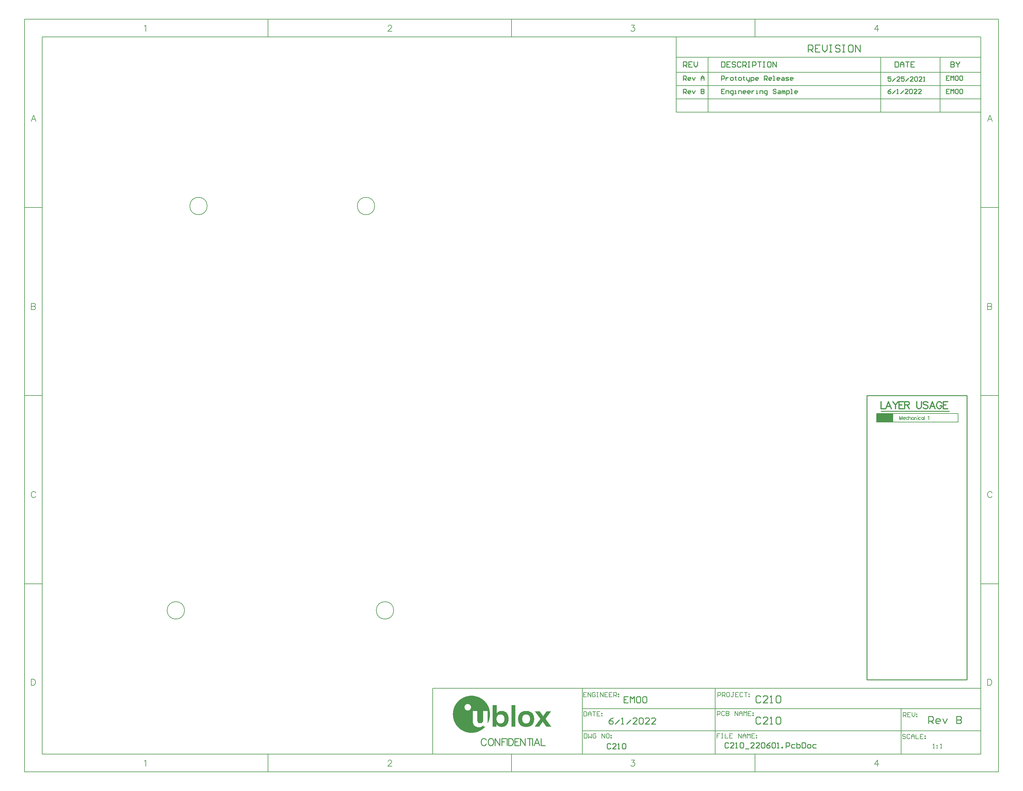
<source format=gm1>
G04*
G04 #@! TF.GenerationSoftware,Altium Limited,Altium Designer,22.4.2 (48)*
G04*
G04 Layer_Color=16711935*
%FSLAX44Y44*%
%MOMM*%
G71*
G04*
G04 #@! TF.SameCoordinates,7F116A4F-7056-4AC6-B487-C54DEE731D19*
G04*
G04*
G04 #@! TF.FilePolarity,Positive*
G04*
G01*
G75*
%ADD10C,0.1270*%
%ADD11C,0.2000*%
%ADD13C,0.2540*%
%ADD25R,4.8260X2.4130*%
%ADD26C,0.2997*%
%ADD27C,0.1778*%
G36*
X885250Y-150059D02*
X889786D01*
Y-150512D01*
X892507D01*
Y-150966D01*
X894775D01*
Y-151419D01*
X896589D01*
Y-151873D01*
X898403D01*
Y-152327D01*
X899764D01*
Y-152780D01*
X901124D01*
Y-153234D01*
X902485D01*
Y-153687D01*
X903392D01*
Y-154141D01*
X904753D01*
Y-154594D01*
X905660D01*
Y-155048D01*
X906567D01*
Y-155501D01*
X907474D01*
Y-155955D01*
X908381D01*
Y-156409D01*
X909288D01*
Y-156862D01*
X909742D01*
Y-157316D01*
X910649D01*
Y-157769D01*
X911556D01*
Y-158223D01*
X912010D01*
Y-158676D01*
X912917D01*
Y-159130D01*
X913371D01*
Y-159584D01*
X914278D01*
Y-160037D01*
X914731D01*
Y-160491D01*
X915185D01*
Y-160944D01*
X916092D01*
Y-161398D01*
X916545D01*
Y-161851D01*
X916999D01*
Y-162305D01*
X917452D01*
Y-162758D01*
X918360D01*
Y-163212D01*
X918813D01*
Y-163666D01*
X919267D01*
Y-164119D01*
X919720D01*
Y-164573D01*
X920174D01*
Y-165026D01*
X920627D01*
Y-165480D01*
X921081D01*
Y-165933D01*
X921535D01*
Y-166387D01*
X921988D01*
Y-166840D01*
X922442D01*
Y-167294D01*
X922895D01*
Y-167747D01*
X923349D01*
Y-168201D01*
Y-168655D01*
X923802D01*
Y-169108D01*
X924256D01*
Y-169562D01*
X924709D01*
Y-170015D01*
X925163D01*
Y-170469D01*
Y-170922D01*
X925617D01*
Y-171376D01*
X926070D01*
Y-171830D01*
X926524D01*
Y-172283D01*
Y-172737D01*
X926977D01*
Y-173190D01*
X927431D01*
Y-173644D01*
Y-174097D01*
X927884D01*
Y-174551D01*
X928338D01*
Y-175004D01*
Y-175458D01*
X928791D01*
Y-175912D01*
X929245D01*
Y-176365D01*
Y-176819D01*
X929698D01*
Y-177272D01*
Y-177726D01*
X930152D01*
Y-178179D01*
Y-178633D01*
X930606D01*
Y-179086D01*
Y-179540D01*
X931059D01*
Y-179993D01*
Y-180447D01*
X931513D01*
Y-180901D01*
Y-181354D01*
X931966D01*
Y-181808D01*
Y-182261D01*
X932420D01*
Y-182715D01*
Y-183168D01*
Y-183622D01*
X932873D01*
Y-184076D01*
Y-184529D01*
X933327D01*
Y-184983D01*
Y-185436D01*
Y-185890D01*
X933781D01*
Y-186343D01*
Y-186797D01*
Y-187250D01*
X934234D01*
Y-187704D01*
Y-188158D01*
Y-188611D01*
Y-189065D01*
X934688D01*
Y-189518D01*
Y-189972D01*
Y-190425D01*
Y-190879D01*
X935141D01*
Y-191332D01*
Y-191786D01*
Y-192240D01*
Y-192693D01*
X935595D01*
Y-193147D01*
Y-193600D01*
Y-194054D01*
Y-194507D01*
Y-194961D01*
Y-195414D01*
Y-195868D01*
X936048D01*
Y-196322D01*
Y-196775D01*
Y-197229D01*
Y-197682D01*
Y-198136D01*
Y-198589D01*
Y-199043D01*
Y-199496D01*
Y-199950D01*
Y-200404D01*
Y-200857D01*
X936502D01*
Y-201311D01*
Y-201764D01*
Y-202218D01*
Y-202671D01*
Y-203125D01*
Y-203578D01*
Y-204032D01*
Y-204486D01*
Y-204939D01*
Y-205393D01*
X936048D01*
Y-205846D01*
Y-206300D01*
Y-206753D01*
Y-207207D01*
Y-207661D01*
Y-208114D01*
Y-208568D01*
Y-209021D01*
Y-209475D01*
Y-209928D01*
Y-210382D01*
X935595D01*
Y-210835D01*
Y-211289D01*
Y-211742D01*
Y-212196D01*
Y-212650D01*
Y-213103D01*
X935141D01*
Y-213557D01*
Y-214010D01*
Y-214464D01*
Y-214917D01*
Y-215371D01*
X934688D01*
Y-215825D01*
Y-216278D01*
Y-216732D01*
Y-217185D01*
X934234D01*
Y-217639D01*
Y-218092D01*
Y-218546D01*
Y-218999D01*
X933781D01*
Y-219453D01*
Y-219907D01*
Y-220360D01*
X933327D01*
Y-220814D01*
Y-221267D01*
X932873D01*
Y-221721D01*
Y-222174D01*
Y-222628D01*
X932420D01*
Y-223081D01*
Y-223535D01*
X931966D01*
Y-223988D01*
Y-224442D01*
Y-224896D01*
X931513D01*
Y-225349D01*
Y-225803D01*
X931059D01*
Y-226256D01*
Y-226710D01*
X930606D01*
Y-227163D01*
Y-227617D01*
X930152D01*
Y-228071D01*
Y-228524D01*
X929698D01*
Y-228071D01*
Y-227617D01*
Y-227163D01*
Y-226710D01*
Y-226256D01*
Y-225803D01*
Y-225349D01*
Y-224896D01*
Y-224442D01*
Y-223988D01*
Y-223535D01*
Y-223081D01*
Y-222628D01*
Y-222174D01*
Y-221721D01*
Y-221267D01*
Y-220814D01*
Y-220360D01*
Y-219907D01*
Y-219453D01*
Y-218999D01*
Y-218546D01*
Y-218092D01*
Y-217639D01*
Y-217185D01*
Y-216732D01*
Y-216278D01*
Y-215825D01*
Y-215371D01*
Y-214917D01*
Y-214464D01*
Y-214010D01*
Y-213557D01*
Y-213103D01*
Y-212650D01*
Y-212196D01*
Y-211742D01*
Y-211289D01*
Y-210835D01*
Y-210382D01*
Y-209928D01*
Y-209475D01*
Y-209021D01*
Y-208568D01*
Y-208114D01*
Y-207661D01*
Y-207207D01*
Y-206753D01*
Y-206300D01*
Y-205846D01*
Y-205393D01*
Y-204939D01*
Y-204486D01*
Y-204032D01*
Y-203578D01*
Y-203125D01*
Y-202671D01*
Y-202218D01*
Y-201764D01*
Y-201311D01*
Y-200857D01*
Y-200404D01*
Y-199950D01*
Y-199496D01*
Y-199043D01*
Y-198589D01*
Y-198136D01*
Y-197682D01*
Y-197229D01*
Y-196775D01*
Y-196322D01*
Y-195868D01*
Y-195414D01*
Y-194961D01*
Y-194507D01*
Y-194054D01*
X916999D01*
Y-194507D01*
Y-194961D01*
Y-195414D01*
Y-195868D01*
Y-196322D01*
Y-196775D01*
Y-197229D01*
Y-197682D01*
Y-198136D01*
Y-198589D01*
Y-199043D01*
Y-199496D01*
Y-199950D01*
Y-200404D01*
Y-200857D01*
Y-201311D01*
Y-201764D01*
Y-202218D01*
Y-202671D01*
Y-203125D01*
Y-203578D01*
Y-204032D01*
Y-204486D01*
Y-204939D01*
Y-205393D01*
Y-205846D01*
Y-206300D01*
Y-206753D01*
Y-207207D01*
Y-207661D01*
Y-208114D01*
Y-208568D01*
Y-209021D01*
Y-209475D01*
Y-209928D01*
Y-210382D01*
Y-210835D01*
Y-211289D01*
Y-211742D01*
Y-212196D01*
Y-212650D01*
Y-213103D01*
Y-213557D01*
Y-214010D01*
Y-214464D01*
Y-214917D01*
Y-215371D01*
Y-215825D01*
Y-216278D01*
Y-216732D01*
Y-217185D01*
Y-217639D01*
Y-218092D01*
Y-218546D01*
Y-218999D01*
Y-219453D01*
Y-219907D01*
Y-220360D01*
Y-220814D01*
Y-221267D01*
Y-221721D01*
X916545D01*
Y-222174D01*
Y-222628D01*
Y-223081D01*
Y-223535D01*
X916092D01*
Y-223988D01*
Y-224442D01*
X915638D01*
Y-224896D01*
Y-225349D01*
X915185D01*
Y-225803D01*
X914731D01*
Y-226256D01*
X914278D01*
Y-226710D01*
X913824D01*
Y-227163D01*
X913371D01*
Y-227617D01*
X912463D01*
Y-228071D01*
X911103D01*
Y-228524D01*
X904753D01*
Y-228071D01*
X903392D01*
Y-227617D01*
X902485D01*
Y-227163D01*
X902032D01*
Y-226710D01*
X901578D01*
Y-226256D01*
X901124D01*
Y-225803D01*
Y-225349D01*
X900671D01*
Y-224896D01*
Y-224442D01*
X900217D01*
Y-223988D01*
Y-223535D01*
Y-223081D01*
Y-222628D01*
X899764D01*
Y-222174D01*
Y-221721D01*
Y-221267D01*
Y-220814D01*
Y-220360D01*
Y-219907D01*
Y-219453D01*
Y-218999D01*
Y-218546D01*
Y-218092D01*
Y-217639D01*
Y-217185D01*
Y-216732D01*
Y-216278D01*
Y-215825D01*
Y-215371D01*
Y-214917D01*
Y-214464D01*
Y-214010D01*
Y-213557D01*
Y-213103D01*
Y-212650D01*
Y-212196D01*
Y-211742D01*
Y-211289D01*
Y-210835D01*
Y-210382D01*
Y-209928D01*
Y-209475D01*
Y-209021D01*
Y-208568D01*
Y-208114D01*
Y-207661D01*
Y-207207D01*
Y-206753D01*
Y-206300D01*
Y-205846D01*
Y-205393D01*
Y-204939D01*
Y-204486D01*
Y-204032D01*
Y-203578D01*
Y-203125D01*
Y-202671D01*
Y-202218D01*
Y-201764D01*
Y-201311D01*
Y-200857D01*
Y-200404D01*
Y-199950D01*
Y-199496D01*
Y-199043D01*
Y-198589D01*
Y-198136D01*
Y-197682D01*
Y-197229D01*
Y-196775D01*
Y-196322D01*
Y-195868D01*
Y-195414D01*
Y-194961D01*
Y-194507D01*
Y-194054D01*
X887064D01*
Y-194507D01*
Y-194961D01*
Y-195414D01*
Y-195868D01*
Y-196322D01*
Y-196775D01*
Y-197229D01*
Y-197682D01*
Y-198136D01*
Y-198589D01*
Y-199043D01*
Y-199496D01*
Y-199950D01*
Y-200404D01*
Y-200857D01*
Y-201311D01*
Y-201764D01*
Y-202218D01*
Y-202671D01*
Y-203125D01*
Y-203578D01*
Y-204032D01*
Y-204486D01*
Y-204939D01*
Y-205393D01*
Y-205846D01*
Y-206300D01*
Y-206753D01*
Y-207207D01*
Y-207661D01*
Y-208114D01*
Y-208568D01*
Y-209021D01*
Y-209475D01*
Y-209928D01*
Y-210382D01*
Y-210835D01*
Y-211289D01*
Y-211742D01*
Y-212196D01*
Y-212650D01*
Y-213103D01*
Y-213557D01*
Y-214010D01*
Y-214464D01*
Y-214917D01*
Y-215371D01*
Y-215825D01*
Y-216278D01*
Y-216732D01*
Y-217185D01*
Y-217639D01*
Y-218092D01*
Y-218546D01*
Y-218999D01*
Y-219453D01*
Y-219907D01*
Y-220360D01*
Y-220814D01*
Y-221267D01*
Y-221721D01*
Y-222174D01*
Y-222628D01*
Y-223081D01*
Y-223535D01*
Y-223988D01*
Y-224442D01*
Y-224896D01*
Y-225349D01*
Y-225803D01*
Y-226256D01*
Y-226710D01*
Y-227163D01*
X887518D01*
Y-227617D01*
Y-228071D01*
Y-228524D01*
Y-228978D01*
X887971D01*
Y-229431D01*
Y-229885D01*
Y-230338D01*
X888425D01*
Y-230792D01*
Y-231245D01*
Y-231699D01*
X888878D01*
Y-232153D01*
Y-232606D01*
X889332D01*
Y-233060D01*
X889786D01*
Y-233513D01*
Y-233967D01*
X890239D01*
Y-234420D01*
X890693D01*
Y-234874D01*
X891146D01*
Y-235327D01*
X891600D01*
Y-235781D01*
X892053D01*
Y-236234D01*
X892507D01*
Y-236688D01*
X893414D01*
Y-237142D01*
X893868D01*
Y-237595D01*
X894775D01*
Y-238049D01*
X895682D01*
Y-238502D01*
X896589D01*
Y-238956D01*
X897950D01*
Y-239409D01*
X899764D01*
Y-239863D01*
X908835D01*
Y-239409D01*
X910649D01*
Y-238956D01*
X911556D01*
Y-238502D01*
X912917D01*
Y-238049D01*
X913371D01*
Y-237595D01*
X914278D01*
Y-237142D01*
X914731D01*
Y-236688D01*
X915185D01*
Y-236234D01*
X916092D01*
Y-235781D01*
X916545D01*
Y-235327D01*
X916999D01*
Y-234874D01*
Y-234420D01*
X917452D01*
Y-234874D01*
Y-235327D01*
Y-235781D01*
Y-236234D01*
Y-236688D01*
Y-237142D01*
Y-237595D01*
Y-238049D01*
Y-238502D01*
Y-238956D01*
X922442D01*
Y-239409D01*
X921988D01*
Y-239863D01*
X921535D01*
Y-240317D01*
X921081D01*
Y-240770D01*
X920627D01*
Y-241224D01*
X920174D01*
Y-241677D01*
X919720D01*
Y-242131D01*
X919267D01*
Y-242584D01*
X918813D01*
Y-243038D01*
X917906D01*
Y-243491D01*
X917452D01*
Y-243945D01*
X916999D01*
Y-244398D01*
X916545D01*
Y-244852D01*
X915638D01*
Y-245306D01*
X915185D01*
Y-245759D01*
X914731D01*
Y-246213D01*
X913824D01*
Y-246666D01*
X913371D01*
Y-247120D01*
X912463D01*
Y-247573D01*
X912010D01*
Y-248027D01*
X911103D01*
Y-248480D01*
X910649D01*
Y-248934D01*
X909742D01*
Y-249388D01*
X908835D01*
Y-249841D01*
X907928D01*
Y-250295D01*
X907474D01*
Y-250748D01*
X906567D01*
Y-251202D01*
X905206D01*
Y-251655D01*
X904299D01*
Y-252109D01*
X903392D01*
Y-252563D01*
X902032D01*
Y-253016D01*
X901124D01*
Y-253470D01*
X899764D01*
Y-253923D01*
X897950D01*
Y-254377D01*
X896589D01*
Y-254830D01*
X894775D01*
Y-255284D01*
X892053D01*
Y-255737D01*
X888878D01*
Y-256191D01*
X877086D01*
Y-255737D01*
X873911D01*
Y-255284D01*
X871643D01*
Y-254830D01*
X869829D01*
Y-254377D01*
X868015D01*
Y-253923D01*
X866654D01*
Y-253470D01*
X865294D01*
Y-253016D01*
X863933D01*
Y-252563D01*
X863026D01*
Y-252109D01*
X861665D01*
Y-251655D01*
X860758D01*
Y-251202D01*
X859851D01*
Y-250748D01*
X858944D01*
Y-250295D01*
X858037D01*
Y-249841D01*
X857130D01*
Y-249388D01*
X856222D01*
Y-248934D01*
X855769D01*
Y-248480D01*
X854862D01*
Y-248027D01*
X853955D01*
Y-247573D01*
X853501D01*
Y-247120D01*
X852594D01*
Y-246666D01*
X852140D01*
Y-246213D01*
X851687D01*
Y-245759D01*
X850780D01*
Y-245306D01*
X850326D01*
Y-244852D01*
X849873D01*
Y-244398D01*
X848966D01*
Y-243945D01*
X848512D01*
Y-243491D01*
X848058D01*
Y-243038D01*
X847605D01*
Y-242584D01*
X847151D01*
Y-242131D01*
X846698D01*
Y-241677D01*
X846244D01*
Y-241224D01*
X845791D01*
Y-240770D01*
X845337D01*
Y-240317D01*
X844883D01*
Y-239863D01*
X844430D01*
Y-239409D01*
X843976D01*
Y-238956D01*
X843523D01*
Y-238502D01*
X843069D01*
Y-238049D01*
X842616D01*
Y-237595D01*
X842162D01*
Y-237142D01*
X841709D01*
Y-236688D01*
Y-236234D01*
X841255D01*
Y-235781D01*
X840801D01*
Y-235327D01*
X840348D01*
Y-234874D01*
X839894D01*
Y-234420D01*
Y-233967D01*
X839441D01*
Y-233513D01*
X838987D01*
Y-233060D01*
Y-232606D01*
X838534D01*
Y-232153D01*
X838080D01*
Y-231699D01*
Y-231245D01*
X837627D01*
Y-230792D01*
X837173D01*
Y-230338D01*
Y-229885D01*
X836720D01*
Y-229431D01*
Y-228978D01*
X836266D01*
Y-228524D01*
Y-228071D01*
X835812D01*
Y-227617D01*
Y-227163D01*
X835359D01*
Y-226710D01*
Y-226256D01*
X834905D01*
Y-225803D01*
Y-225349D01*
X834452D01*
Y-224896D01*
Y-224442D01*
X833998D01*
Y-223988D01*
Y-223535D01*
X833545D01*
Y-223081D01*
Y-222628D01*
Y-222174D01*
X833091D01*
Y-221721D01*
Y-221267D01*
Y-220814D01*
X832637D01*
Y-220360D01*
Y-219907D01*
X832184D01*
Y-219453D01*
Y-218999D01*
Y-218546D01*
Y-218092D01*
X831730D01*
Y-217639D01*
Y-217185D01*
Y-216732D01*
X831277D01*
Y-216278D01*
Y-215825D01*
Y-215371D01*
Y-214917D01*
X830823D01*
Y-214464D01*
Y-214010D01*
Y-213557D01*
Y-213103D01*
Y-212650D01*
X830370D01*
Y-212196D01*
Y-211742D01*
Y-211289D01*
Y-210835D01*
Y-210382D01*
Y-209928D01*
Y-209475D01*
X829916D01*
Y-209021D01*
Y-208568D01*
Y-208114D01*
Y-207661D01*
Y-207207D01*
Y-206753D01*
Y-206300D01*
Y-205846D01*
Y-205393D01*
Y-204939D01*
X829463D01*
Y-204486D01*
Y-204032D01*
Y-203578D01*
Y-203125D01*
Y-202671D01*
Y-202218D01*
Y-201764D01*
Y-201311D01*
Y-200857D01*
X829916D01*
Y-200404D01*
Y-199950D01*
Y-199496D01*
Y-199043D01*
Y-198589D01*
Y-198136D01*
Y-197682D01*
Y-197229D01*
Y-196775D01*
X830370D01*
Y-196322D01*
Y-195868D01*
Y-195414D01*
Y-194961D01*
Y-194507D01*
Y-194054D01*
Y-193600D01*
X830823D01*
Y-193147D01*
Y-192693D01*
Y-192240D01*
Y-191786D01*
Y-191332D01*
X831277D01*
Y-190879D01*
Y-190425D01*
Y-189972D01*
Y-189518D01*
X831730D01*
Y-189065D01*
Y-188611D01*
Y-188158D01*
Y-187704D01*
X832184D01*
Y-187250D01*
Y-186797D01*
Y-186343D01*
X832637D01*
Y-185890D01*
Y-185436D01*
Y-184983D01*
X833091D01*
Y-184529D01*
Y-184076D01*
X833545D01*
Y-183622D01*
Y-183168D01*
Y-182715D01*
X833998D01*
Y-182261D01*
Y-181808D01*
X834452D01*
Y-181354D01*
Y-180901D01*
Y-180447D01*
X834905D01*
Y-179993D01*
Y-179540D01*
X835359D01*
Y-179086D01*
Y-178633D01*
X835812D01*
Y-178179D01*
Y-177726D01*
X836266D01*
Y-177272D01*
X836720D01*
Y-176819D01*
Y-176365D01*
X837173D01*
Y-175912D01*
Y-175458D01*
X837627D01*
Y-175004D01*
X838080D01*
Y-174551D01*
Y-174097D01*
X838534D01*
Y-173644D01*
X838987D01*
Y-173190D01*
Y-172737D01*
X839441D01*
Y-172283D01*
X839894D01*
Y-171830D01*
Y-171376D01*
X840348D01*
Y-170922D01*
X840801D01*
Y-170469D01*
X841255D01*
Y-170015D01*
Y-169562D01*
X841709D01*
Y-169108D01*
X842162D01*
Y-168655D01*
X842616D01*
Y-168201D01*
X843069D01*
Y-167747D01*
X843523D01*
Y-167294D01*
X843976D01*
Y-166840D01*
X844430D01*
Y-166387D01*
Y-165933D01*
X844883D01*
Y-165480D01*
X845337D01*
Y-165026D01*
X845791D01*
Y-164573D01*
X846698D01*
Y-164119D01*
X847151D01*
Y-163666D01*
X847605D01*
Y-163212D01*
X848058D01*
Y-162758D01*
X848512D01*
Y-162305D01*
X848966D01*
Y-161851D01*
X849419D01*
Y-161398D01*
X850326D01*
Y-160944D01*
X850780D01*
Y-160491D01*
X851233D01*
Y-160037D01*
X852140D01*
Y-159584D01*
X852594D01*
Y-159130D01*
X853501D01*
Y-158676D01*
X853955D01*
Y-158223D01*
X854862D01*
Y-157769D01*
X855315D01*
Y-157316D01*
X856222D01*
Y-156862D01*
X857130D01*
Y-156409D01*
X857583D01*
Y-155955D01*
X858944D01*
Y-155501D01*
X859851D01*
Y-155048D01*
X860758D01*
Y-154594D01*
X861665D01*
Y-154141D01*
X862572D01*
Y-153687D01*
X863933D01*
Y-153234D01*
X864840D01*
Y-152780D01*
X866201D01*
Y-152327D01*
X867561D01*
Y-151873D01*
X869376D01*
Y-151419D01*
X871190D01*
Y-150966D01*
X873457D01*
Y-150512D01*
X876632D01*
Y-150059D01*
X881168D01*
Y-149605D01*
X885250D01*
Y-150059D01*
D02*
G37*
G36*
X955551Y-177272D02*
Y-177726D01*
Y-178179D01*
Y-178633D01*
Y-179086D01*
Y-179540D01*
Y-179993D01*
Y-180447D01*
Y-180901D01*
Y-181354D01*
Y-181808D01*
Y-182261D01*
Y-182715D01*
Y-183168D01*
Y-183622D01*
Y-184076D01*
Y-184529D01*
Y-184983D01*
Y-185436D01*
Y-185890D01*
Y-186343D01*
Y-186797D01*
Y-187250D01*
Y-187704D01*
Y-188158D01*
Y-188611D01*
Y-189065D01*
Y-189518D01*
Y-189972D01*
Y-190425D01*
Y-190879D01*
Y-191332D01*
Y-191786D01*
Y-192240D01*
Y-192693D01*
Y-193147D01*
Y-193600D01*
Y-194054D01*
Y-194507D01*
Y-194961D01*
Y-195414D01*
Y-195868D01*
Y-196322D01*
Y-196775D01*
Y-197229D01*
Y-197682D01*
Y-198136D01*
Y-198589D01*
Y-199043D01*
Y-199496D01*
X956458D01*
Y-199043D01*
X956912D01*
Y-198589D01*
X957365D01*
Y-198136D01*
X957819D01*
Y-197682D01*
X958272D01*
Y-197229D01*
X958726D01*
Y-196775D01*
X959180D01*
Y-196322D01*
X960087D01*
Y-195868D01*
X960540D01*
Y-195414D01*
X961447D01*
Y-194961D01*
X962355D01*
Y-194507D01*
X963715D01*
Y-194054D01*
X965529D01*
Y-193600D01*
X974147D01*
Y-194054D01*
X975961D01*
Y-194507D01*
X977322D01*
Y-194961D01*
X978682D01*
Y-195414D01*
X979590D01*
Y-195868D01*
X980043D01*
Y-196322D01*
X980950D01*
Y-196775D01*
X981404D01*
Y-197229D01*
X982311D01*
Y-197682D01*
X982765D01*
Y-198136D01*
X983218D01*
Y-198589D01*
X983672D01*
Y-199043D01*
X984125D01*
Y-199496D01*
X984579D01*
Y-199950D01*
Y-200404D01*
X985032D01*
Y-200857D01*
X985486D01*
Y-201311D01*
X985939D01*
Y-201764D01*
Y-202218D01*
X986393D01*
Y-202671D01*
Y-203125D01*
X986846D01*
Y-203578D01*
Y-204032D01*
X987300D01*
Y-204486D01*
Y-204939D01*
X987754D01*
Y-205393D01*
Y-205846D01*
Y-206300D01*
X988207D01*
Y-206753D01*
Y-207207D01*
Y-207661D01*
Y-208114D01*
X988661D01*
Y-208568D01*
Y-209021D01*
Y-209475D01*
Y-209928D01*
Y-210382D01*
X989114D01*
Y-210835D01*
Y-211289D01*
Y-211742D01*
Y-212196D01*
Y-212650D01*
Y-213103D01*
Y-213557D01*
Y-214010D01*
Y-214464D01*
X989568D01*
Y-214917D01*
X989114D01*
Y-215371D01*
Y-215825D01*
Y-216278D01*
Y-216732D01*
Y-217185D01*
Y-217639D01*
Y-218092D01*
Y-218546D01*
Y-218999D01*
Y-219453D01*
Y-219907D01*
Y-220360D01*
Y-220814D01*
Y-221267D01*
Y-221721D01*
Y-222174D01*
Y-222628D01*
X988661D01*
Y-223081D01*
Y-223535D01*
Y-223988D01*
Y-224442D01*
Y-224896D01*
X988207D01*
Y-225349D01*
Y-225803D01*
Y-226256D01*
X987754D01*
Y-226710D01*
Y-227163D01*
Y-227617D01*
X987300D01*
Y-228071D01*
Y-228524D01*
Y-228978D01*
X986846D01*
Y-229431D01*
Y-229885D01*
X986393D01*
Y-230338D01*
Y-230792D01*
X985939D01*
Y-231245D01*
X985486D01*
Y-231699D01*
Y-232153D01*
X985032D01*
Y-232606D01*
X984579D01*
Y-233060D01*
X984125D01*
Y-233513D01*
X983672D01*
Y-233967D01*
Y-234420D01*
X982765D01*
Y-234874D01*
X982311D01*
Y-235327D01*
X981857D01*
Y-235781D01*
X981404D01*
Y-236234D01*
X980497D01*
Y-236688D01*
X980043D01*
Y-237142D01*
X979136D01*
Y-237595D01*
X978229D01*
Y-238049D01*
X977322D01*
Y-238502D01*
X975961D01*
Y-238956D01*
X973693D01*
Y-239409D01*
X965983D01*
Y-238956D01*
X963715D01*
Y-238502D01*
X962808D01*
Y-238049D01*
X961447D01*
Y-237595D01*
X960994D01*
Y-237142D01*
X960087D01*
Y-236688D01*
X959633D01*
Y-236234D01*
X958726D01*
Y-235781D01*
X958272D01*
Y-235327D01*
X957819D01*
Y-234874D01*
X957365D01*
Y-234420D01*
X956912D01*
Y-233967D01*
X956458D01*
Y-233513D01*
X956005D01*
Y-233060D01*
Y-232606D01*
X955098D01*
Y-233060D01*
Y-233513D01*
Y-233967D01*
Y-234420D01*
Y-234874D01*
Y-235327D01*
Y-235781D01*
Y-236234D01*
Y-236688D01*
Y-237142D01*
Y-237595D01*
Y-238049D01*
Y-238502D01*
X943759D01*
Y-238049D01*
Y-237595D01*
Y-237142D01*
Y-236688D01*
Y-236234D01*
Y-235781D01*
Y-235327D01*
Y-234874D01*
Y-234420D01*
Y-233967D01*
Y-233513D01*
Y-233060D01*
Y-232606D01*
Y-232153D01*
Y-231699D01*
Y-231245D01*
Y-230792D01*
Y-230338D01*
Y-229885D01*
Y-229431D01*
Y-228978D01*
Y-228524D01*
Y-228071D01*
Y-227617D01*
Y-227163D01*
Y-226710D01*
Y-226256D01*
Y-225803D01*
Y-225349D01*
Y-224896D01*
Y-224442D01*
Y-223988D01*
Y-223535D01*
Y-223081D01*
Y-222628D01*
Y-222174D01*
Y-221721D01*
Y-221267D01*
Y-220814D01*
Y-220360D01*
Y-219907D01*
Y-219453D01*
Y-218999D01*
Y-218546D01*
Y-218092D01*
Y-217639D01*
Y-217185D01*
Y-216732D01*
Y-216278D01*
Y-215825D01*
Y-215371D01*
Y-214917D01*
Y-214464D01*
Y-214010D01*
Y-213557D01*
Y-213103D01*
Y-212650D01*
Y-212196D01*
Y-211742D01*
Y-211289D01*
Y-210835D01*
Y-210382D01*
Y-209928D01*
Y-209475D01*
Y-209021D01*
Y-208568D01*
Y-208114D01*
Y-207661D01*
Y-207207D01*
Y-206753D01*
Y-206300D01*
Y-205846D01*
Y-205393D01*
Y-204939D01*
Y-204486D01*
Y-204032D01*
Y-203578D01*
Y-203125D01*
Y-202671D01*
Y-202218D01*
Y-201764D01*
Y-201311D01*
Y-200857D01*
Y-200404D01*
Y-199950D01*
Y-199496D01*
Y-199043D01*
Y-198589D01*
Y-198136D01*
Y-197682D01*
Y-197229D01*
Y-196775D01*
Y-196322D01*
Y-195868D01*
Y-195414D01*
Y-194961D01*
Y-194507D01*
Y-194054D01*
Y-193600D01*
Y-193147D01*
Y-192693D01*
Y-192240D01*
Y-191786D01*
Y-191332D01*
Y-190879D01*
Y-190425D01*
Y-189972D01*
Y-189518D01*
Y-189065D01*
Y-188611D01*
Y-188158D01*
Y-187704D01*
Y-187250D01*
Y-186797D01*
Y-186343D01*
Y-185890D01*
Y-185436D01*
Y-184983D01*
Y-184529D01*
Y-184076D01*
Y-183622D01*
Y-183168D01*
Y-182715D01*
Y-182261D01*
Y-181808D01*
Y-181354D01*
Y-180901D01*
Y-180447D01*
Y-179993D01*
Y-179540D01*
Y-179086D01*
Y-178633D01*
Y-178179D01*
Y-177726D01*
Y-177272D01*
Y-176819D01*
X955551D01*
Y-177272D01*
D02*
G37*
G36*
X1009071D02*
Y-177726D01*
Y-178179D01*
Y-178633D01*
Y-179086D01*
Y-179540D01*
Y-179993D01*
Y-180447D01*
Y-180901D01*
Y-181354D01*
Y-181808D01*
Y-182261D01*
Y-182715D01*
Y-183168D01*
Y-183622D01*
Y-184076D01*
Y-184529D01*
Y-184983D01*
Y-185436D01*
Y-185890D01*
Y-186343D01*
Y-186797D01*
Y-187250D01*
Y-187704D01*
Y-188158D01*
Y-188611D01*
Y-189065D01*
Y-189518D01*
Y-189972D01*
Y-190425D01*
Y-190879D01*
Y-191332D01*
Y-191786D01*
Y-192240D01*
Y-192693D01*
Y-193147D01*
Y-193600D01*
Y-194054D01*
Y-194507D01*
Y-194961D01*
Y-195414D01*
Y-195868D01*
Y-196322D01*
Y-196775D01*
Y-197229D01*
Y-197682D01*
Y-198136D01*
Y-198589D01*
Y-199043D01*
Y-199496D01*
Y-199950D01*
Y-200404D01*
Y-200857D01*
Y-201311D01*
Y-201764D01*
Y-202218D01*
Y-202671D01*
Y-203125D01*
Y-203578D01*
Y-204032D01*
Y-204486D01*
Y-204939D01*
Y-205393D01*
Y-205846D01*
Y-206300D01*
Y-206753D01*
Y-207207D01*
Y-207661D01*
Y-208114D01*
Y-208568D01*
Y-209021D01*
Y-209475D01*
Y-209928D01*
Y-210382D01*
Y-210835D01*
Y-211289D01*
Y-211742D01*
Y-212196D01*
Y-212650D01*
Y-213103D01*
Y-213557D01*
Y-214010D01*
Y-214464D01*
Y-214917D01*
Y-215371D01*
Y-215825D01*
Y-216278D01*
Y-216732D01*
Y-217185D01*
Y-217639D01*
Y-218092D01*
Y-218546D01*
Y-218999D01*
Y-219453D01*
Y-219907D01*
Y-220360D01*
Y-220814D01*
Y-221267D01*
Y-221721D01*
Y-222174D01*
Y-222628D01*
Y-223081D01*
Y-223535D01*
Y-223988D01*
Y-224442D01*
Y-224896D01*
Y-225349D01*
Y-225803D01*
Y-226256D01*
Y-226710D01*
Y-227163D01*
Y-227617D01*
Y-228071D01*
Y-228524D01*
Y-228978D01*
Y-229431D01*
Y-229885D01*
Y-230338D01*
Y-230792D01*
Y-231245D01*
Y-231699D01*
Y-232153D01*
Y-232606D01*
Y-233060D01*
Y-233513D01*
Y-233967D01*
Y-234420D01*
Y-234874D01*
Y-235327D01*
Y-235781D01*
Y-236234D01*
Y-236688D01*
Y-237142D01*
Y-237595D01*
Y-238049D01*
Y-238502D01*
X997732D01*
Y-238049D01*
Y-237595D01*
Y-237142D01*
Y-236688D01*
Y-236234D01*
Y-235781D01*
Y-235327D01*
Y-234874D01*
Y-234420D01*
Y-233967D01*
Y-233513D01*
Y-233060D01*
Y-232606D01*
Y-232153D01*
Y-231699D01*
Y-231245D01*
Y-230792D01*
Y-230338D01*
Y-229885D01*
Y-229431D01*
Y-228978D01*
Y-228524D01*
Y-228071D01*
Y-227617D01*
Y-227163D01*
Y-226710D01*
Y-226256D01*
Y-225803D01*
Y-225349D01*
Y-224896D01*
Y-224442D01*
Y-223988D01*
Y-223535D01*
Y-223081D01*
Y-222628D01*
Y-222174D01*
Y-221721D01*
Y-221267D01*
Y-220814D01*
Y-220360D01*
Y-219907D01*
Y-219453D01*
Y-218999D01*
Y-218546D01*
Y-218092D01*
Y-217639D01*
Y-217185D01*
Y-216732D01*
Y-216278D01*
Y-215825D01*
Y-215371D01*
Y-214917D01*
Y-214464D01*
Y-214010D01*
Y-213557D01*
Y-213103D01*
Y-212650D01*
Y-212196D01*
Y-211742D01*
Y-211289D01*
Y-210835D01*
Y-210382D01*
Y-209928D01*
Y-209475D01*
Y-209021D01*
Y-208568D01*
Y-208114D01*
Y-207661D01*
Y-207207D01*
Y-206753D01*
Y-206300D01*
Y-205846D01*
Y-205393D01*
Y-204939D01*
Y-204486D01*
Y-204032D01*
Y-203578D01*
Y-203125D01*
Y-202671D01*
Y-202218D01*
Y-201764D01*
Y-201311D01*
Y-200857D01*
Y-200404D01*
Y-199950D01*
Y-199496D01*
Y-199043D01*
Y-198589D01*
Y-198136D01*
Y-197682D01*
Y-197229D01*
Y-196775D01*
Y-196322D01*
Y-195868D01*
Y-195414D01*
Y-194961D01*
Y-194507D01*
Y-194054D01*
Y-193600D01*
Y-193147D01*
Y-192693D01*
Y-192240D01*
Y-191786D01*
Y-191332D01*
Y-190879D01*
Y-190425D01*
Y-189972D01*
Y-189518D01*
Y-189065D01*
Y-188611D01*
Y-188158D01*
Y-187704D01*
Y-187250D01*
Y-186797D01*
Y-186343D01*
Y-185890D01*
Y-185436D01*
Y-184983D01*
Y-184529D01*
Y-184076D01*
Y-183622D01*
Y-183168D01*
Y-182715D01*
Y-182261D01*
Y-181808D01*
Y-181354D01*
Y-180901D01*
Y-180447D01*
Y-179993D01*
Y-179540D01*
Y-179086D01*
Y-178633D01*
Y-178179D01*
Y-177726D01*
Y-177272D01*
Y-176819D01*
X1009071D01*
Y-177272D01*
D02*
G37*
G36*
X1045355Y-194054D02*
X1047623D01*
Y-194507D01*
X1048984D01*
Y-194961D01*
X1050344D01*
Y-195414D01*
X1051252D01*
Y-195868D01*
X1052159D01*
Y-196322D01*
X1053066D01*
Y-196775D01*
X1053973D01*
Y-197229D01*
X1054426D01*
Y-197682D01*
X1055333D01*
Y-198136D01*
X1055787D01*
Y-198589D01*
X1056241D01*
Y-199043D01*
X1056694D01*
Y-199496D01*
X1057148D01*
Y-199950D01*
X1057601D01*
Y-200404D01*
X1058055D01*
Y-200857D01*
X1058508D01*
Y-201311D01*
X1058962D01*
Y-201764D01*
Y-202218D01*
X1059416D01*
Y-202671D01*
X1059869D01*
Y-203125D01*
Y-203578D01*
X1060323D01*
Y-204032D01*
Y-204486D01*
X1060776D01*
Y-204939D01*
Y-205393D01*
X1061230D01*
Y-205846D01*
Y-206300D01*
X1061683D01*
Y-206753D01*
Y-207207D01*
Y-207661D01*
X1062137D01*
Y-208114D01*
Y-208568D01*
Y-209021D01*
Y-209475D01*
Y-209928D01*
X1062590D01*
Y-210382D01*
Y-210835D01*
Y-211289D01*
Y-211742D01*
Y-212196D01*
Y-212650D01*
Y-213103D01*
X1063044D01*
Y-213557D01*
Y-214010D01*
Y-214464D01*
Y-214917D01*
Y-215371D01*
Y-215825D01*
Y-216278D01*
Y-216732D01*
Y-217185D01*
Y-217639D01*
Y-218092D01*
Y-218546D01*
Y-218999D01*
Y-219453D01*
Y-219907D01*
X1062590D01*
Y-220360D01*
Y-220814D01*
Y-221267D01*
Y-221721D01*
Y-222174D01*
Y-222628D01*
Y-223081D01*
X1062137D01*
Y-223535D01*
Y-223988D01*
Y-224442D01*
Y-224896D01*
X1061683D01*
Y-225349D01*
Y-225803D01*
Y-226256D01*
X1061230D01*
Y-226710D01*
Y-227163D01*
Y-227617D01*
X1060776D01*
Y-228071D01*
Y-228524D01*
X1060323D01*
Y-228978D01*
Y-229431D01*
X1059869D01*
Y-229885D01*
Y-230338D01*
X1059416D01*
Y-230792D01*
X1058962D01*
Y-231245D01*
X1058508D01*
Y-231699D01*
Y-232153D01*
X1058055D01*
Y-232606D01*
X1057601D01*
Y-233060D01*
X1057148D01*
Y-233513D01*
X1056694D01*
Y-233967D01*
X1056241D01*
Y-234420D01*
X1055787D01*
Y-234874D01*
X1054880D01*
Y-235327D01*
X1054426D01*
Y-235781D01*
X1053519D01*
Y-236234D01*
X1053066D01*
Y-236688D01*
X1052159D01*
Y-237142D01*
X1051252D01*
Y-237595D01*
X1049891D01*
Y-238049D01*
X1048530D01*
Y-238502D01*
X1047169D01*
Y-238956D01*
X1044902D01*
Y-239409D01*
X1035377D01*
Y-238956D01*
X1032656D01*
Y-238502D01*
X1030841D01*
Y-238049D01*
X1029934D01*
Y-237595D01*
X1028574D01*
Y-237142D01*
X1027667D01*
Y-236688D01*
X1026759D01*
Y-236234D01*
X1026306D01*
Y-235781D01*
X1025399D01*
Y-235327D01*
X1024945D01*
Y-234874D01*
X1024038D01*
Y-234420D01*
X1023585D01*
Y-233967D01*
X1023131D01*
Y-233513D01*
X1022678D01*
Y-233060D01*
X1022224D01*
Y-232606D01*
X1021770D01*
Y-232153D01*
X1021317D01*
Y-231699D01*
Y-231245D01*
X1020863D01*
Y-230792D01*
X1020410D01*
Y-230338D01*
X1019956D01*
Y-229885D01*
Y-229431D01*
X1019503D01*
Y-228978D01*
Y-228524D01*
X1019049D01*
Y-228071D01*
Y-227617D01*
X1018595D01*
Y-227163D01*
Y-226710D01*
Y-226256D01*
X1018142D01*
Y-225803D01*
Y-225349D01*
Y-224896D01*
X1017688D01*
Y-224442D01*
Y-223988D01*
Y-223535D01*
Y-223081D01*
X1017235D01*
Y-222628D01*
Y-222174D01*
Y-221721D01*
Y-221267D01*
Y-220814D01*
Y-220360D01*
Y-219907D01*
Y-219453D01*
X1016781D01*
Y-218999D01*
Y-218546D01*
Y-218092D01*
Y-217639D01*
Y-217185D01*
Y-216732D01*
Y-216278D01*
Y-215825D01*
Y-215371D01*
Y-214917D01*
Y-214464D01*
Y-214010D01*
Y-213557D01*
X1017235D01*
Y-213103D01*
Y-212650D01*
Y-212196D01*
Y-211742D01*
Y-211289D01*
Y-210835D01*
Y-210382D01*
Y-209928D01*
X1017688D01*
Y-209475D01*
Y-209021D01*
Y-208568D01*
Y-208114D01*
X1018142D01*
Y-207661D01*
Y-207207D01*
Y-206753D01*
X1018595D01*
Y-206300D01*
Y-205846D01*
Y-205393D01*
X1019049D01*
Y-204939D01*
Y-204486D01*
X1019503D01*
Y-204032D01*
Y-203578D01*
X1019956D01*
Y-203125D01*
Y-202671D01*
X1020410D01*
Y-202218D01*
X1020863D01*
Y-201764D01*
Y-201311D01*
X1021317D01*
Y-200857D01*
X1021770D01*
Y-200404D01*
X1022224D01*
Y-199950D01*
X1022678D01*
Y-199496D01*
X1023131D01*
Y-199043D01*
X1023585D01*
Y-198589D01*
X1024038D01*
Y-198136D01*
X1024492D01*
Y-197682D01*
X1025399D01*
Y-197229D01*
X1025852D01*
Y-196775D01*
X1026759D01*
Y-196322D01*
X1027667D01*
Y-195868D01*
X1028574D01*
Y-195414D01*
X1029481D01*
Y-194961D01*
X1030841D01*
Y-194507D01*
X1032202D01*
Y-194054D01*
X1034470D01*
Y-193600D01*
X1045355D01*
Y-194054D01*
D02*
G37*
G36*
X1111121Y-194961D02*
X1110667D01*
Y-195414D01*
Y-195868D01*
X1110214D01*
Y-196322D01*
X1109760D01*
Y-196775D01*
X1109307D01*
Y-197229D01*
Y-197682D01*
X1108853D01*
Y-198136D01*
X1108400D01*
Y-198589D01*
Y-199043D01*
X1107946D01*
Y-199496D01*
X1107492D01*
Y-199950D01*
X1107039D01*
Y-200404D01*
Y-200857D01*
X1106585D01*
Y-201311D01*
X1106132D01*
Y-201764D01*
X1105678D01*
Y-202218D01*
Y-202671D01*
X1105225D01*
Y-203125D01*
X1104771D01*
Y-203578D01*
X1104317D01*
Y-204032D01*
Y-204486D01*
X1103864D01*
Y-204939D01*
X1103410D01*
Y-205393D01*
Y-205846D01*
X1102957D01*
Y-206300D01*
X1102503D01*
Y-206753D01*
X1102050D01*
Y-207207D01*
Y-207661D01*
X1101596D01*
Y-208114D01*
X1101143D01*
Y-208568D01*
X1100689D01*
Y-209021D01*
Y-209475D01*
X1100236D01*
Y-209928D01*
X1099782D01*
Y-210382D01*
Y-210835D01*
X1099328D01*
Y-211289D01*
X1098875D01*
Y-211742D01*
X1098421D01*
Y-212196D01*
Y-212650D01*
X1097968D01*
Y-213103D01*
X1097514D01*
Y-213557D01*
X1097061D01*
Y-214010D01*
Y-214464D01*
X1096607D01*
Y-214917D01*
X1096153D01*
Y-215371D01*
X1095700D01*
Y-215825D01*
Y-216278D01*
Y-216732D01*
X1096153D01*
Y-217185D01*
Y-217639D01*
X1096607D01*
Y-218092D01*
X1097061D01*
Y-218546D01*
X1097514D01*
Y-218999D01*
Y-219453D01*
X1097968D01*
Y-219907D01*
X1098421D01*
Y-220360D01*
X1098875D01*
Y-220814D01*
Y-221267D01*
X1099328D01*
Y-221721D01*
X1099782D01*
Y-222174D01*
Y-222628D01*
X1100236D01*
Y-223081D01*
X1100689D01*
Y-223535D01*
X1101143D01*
Y-223988D01*
Y-224442D01*
X1101596D01*
Y-224896D01*
X1102050D01*
Y-225349D01*
X1102503D01*
Y-225803D01*
Y-226256D01*
X1102957D01*
Y-226710D01*
X1103410D01*
Y-227163D01*
X1103864D01*
Y-227617D01*
Y-228071D01*
X1104317D01*
Y-228524D01*
X1104771D01*
Y-228978D01*
X1105225D01*
Y-229431D01*
Y-229885D01*
X1105678D01*
Y-230338D01*
X1106132D01*
Y-230792D01*
X1106585D01*
Y-231245D01*
Y-231699D01*
X1107039D01*
Y-232153D01*
X1107492D01*
Y-232606D01*
X1107946D01*
Y-233060D01*
Y-233513D01*
X1108400D01*
Y-233967D01*
X1108853D01*
Y-234420D01*
Y-234874D01*
X1109307D01*
Y-235327D01*
X1109760D01*
Y-235781D01*
X1110214D01*
Y-236234D01*
Y-236688D01*
X1110667D01*
Y-237142D01*
X1111121D01*
Y-237595D01*
X1111574D01*
Y-238049D01*
X1112028D01*
Y-238502D01*
X1097514D01*
Y-238049D01*
Y-237595D01*
X1097061D01*
Y-237142D01*
X1096607D01*
Y-236688D01*
X1096153D01*
Y-236234D01*
Y-235781D01*
X1095700D01*
Y-235327D01*
X1095246D01*
Y-234874D01*
X1094793D01*
Y-234420D01*
Y-233967D01*
X1094339D01*
Y-233513D01*
X1093886D01*
Y-233060D01*
Y-232606D01*
X1093432D01*
Y-232153D01*
X1092979D01*
Y-231699D01*
X1092525D01*
Y-231245D01*
Y-230792D01*
X1092072D01*
Y-230338D01*
X1091618D01*
Y-229885D01*
X1091164D01*
Y-229431D01*
Y-228978D01*
X1090711D01*
Y-228524D01*
X1090257D01*
Y-228071D01*
Y-227617D01*
X1089804D01*
Y-227163D01*
X1089350D01*
Y-226710D01*
X1088897D01*
Y-226256D01*
Y-225803D01*
X1088443D01*
Y-225349D01*
X1087990D01*
Y-224896D01*
X1087536D01*
Y-224442D01*
X1087082D01*
Y-224896D01*
Y-225349D01*
X1086629D01*
Y-225803D01*
X1086175D01*
Y-226256D01*
X1085722D01*
Y-226710D01*
Y-227163D01*
X1085268D01*
Y-227617D01*
X1084815D01*
Y-228071D01*
Y-228524D01*
X1084361D01*
Y-228978D01*
X1083907D01*
Y-229431D01*
X1083454D01*
Y-229885D01*
Y-230338D01*
X1083000D01*
Y-230792D01*
X1082547D01*
Y-231245D01*
Y-231699D01*
X1082093D01*
Y-232153D01*
X1081640D01*
Y-232606D01*
X1081186D01*
Y-233060D01*
Y-233513D01*
X1080733D01*
Y-233967D01*
X1080279D01*
Y-234420D01*
Y-234874D01*
X1079826D01*
Y-235327D01*
X1079372D01*
Y-235781D01*
X1078918D01*
Y-236234D01*
Y-236688D01*
X1078465D01*
Y-237142D01*
X1078011D01*
Y-237595D01*
Y-238049D01*
X1077558D01*
Y-238502D01*
X1064405D01*
Y-238049D01*
X1064858D01*
Y-237595D01*
X1065312D01*
Y-237142D01*
Y-236688D01*
X1065765D01*
Y-236234D01*
X1066219D01*
Y-235781D01*
X1066672D01*
Y-235327D01*
Y-234874D01*
X1067126D01*
Y-234420D01*
X1067579D01*
Y-233967D01*
Y-233513D01*
X1068033D01*
Y-233060D01*
X1068487D01*
Y-232606D01*
X1068940D01*
Y-232153D01*
X1069394D01*
Y-231699D01*
Y-231245D01*
X1069847D01*
Y-230792D01*
X1070301D01*
Y-230338D01*
Y-229885D01*
X1070754D01*
Y-229431D01*
X1071208D01*
Y-228978D01*
X1071662D01*
Y-228524D01*
Y-228071D01*
X1072115D01*
Y-227617D01*
X1072569D01*
Y-227163D01*
X1073022D01*
Y-226710D01*
Y-226256D01*
X1073476D01*
Y-225803D01*
X1073929D01*
Y-225349D01*
X1074383D01*
Y-224896D01*
Y-224442D01*
X1074836D01*
Y-223988D01*
X1075290D01*
Y-223535D01*
X1075743D01*
Y-223081D01*
Y-222628D01*
X1076197D01*
Y-222174D01*
X1076651D01*
Y-221721D01*
X1077104D01*
Y-221267D01*
Y-220814D01*
X1077558D01*
Y-220360D01*
X1078011D01*
Y-219907D01*
X1078465D01*
Y-219453D01*
Y-218999D01*
X1078918D01*
Y-218546D01*
X1079372D01*
Y-218092D01*
Y-217639D01*
X1079826D01*
Y-217185D01*
X1080279D01*
Y-216732D01*
X1080733D01*
Y-216278D01*
Y-215825D01*
X1080279D01*
Y-215371D01*
X1079826D01*
Y-214917D01*
X1079372D01*
Y-214464D01*
Y-214010D01*
X1078918D01*
Y-213557D01*
X1078465D01*
Y-213103D01*
X1078011D01*
Y-212650D01*
Y-212196D01*
X1077558D01*
Y-211742D01*
X1077104D01*
Y-211289D01*
Y-210835D01*
X1076651D01*
Y-210382D01*
X1076197D01*
Y-209928D01*
X1075743D01*
Y-209475D01*
Y-209021D01*
X1075290D01*
Y-208568D01*
X1074836D01*
Y-208114D01*
X1074383D01*
Y-207661D01*
Y-207207D01*
X1073929D01*
Y-206753D01*
X1073476D01*
Y-206300D01*
Y-205846D01*
X1073022D01*
Y-205393D01*
X1072569D01*
Y-204939D01*
X1072115D01*
Y-204486D01*
Y-204032D01*
X1071662D01*
Y-203578D01*
X1071208D01*
Y-203125D01*
X1070754D01*
Y-202671D01*
Y-202218D01*
X1070301D01*
Y-201764D01*
X1069847D01*
Y-201311D01*
Y-200857D01*
X1069394D01*
Y-200404D01*
X1068940D01*
Y-199950D01*
X1068487D01*
Y-199496D01*
Y-199043D01*
X1068033D01*
Y-198589D01*
X1067579D01*
Y-198136D01*
X1067126D01*
Y-197682D01*
Y-197229D01*
X1066672D01*
Y-196775D01*
X1066219D01*
Y-196322D01*
Y-195868D01*
X1065765D01*
Y-195414D01*
X1065312D01*
Y-194961D01*
X1064858D01*
Y-194507D01*
X1078918D01*
Y-194961D01*
X1079372D01*
Y-195414D01*
X1079826D01*
Y-195868D01*
Y-196322D01*
X1080279D01*
Y-196775D01*
X1080733D01*
Y-197229D01*
X1081186D01*
Y-197682D01*
Y-198136D01*
X1081640D01*
Y-198589D01*
X1082093D01*
Y-199043D01*
Y-199496D01*
X1082547D01*
Y-199950D01*
X1083000D01*
Y-200404D01*
Y-200857D01*
X1083454D01*
Y-201311D01*
X1083907D01*
Y-201764D01*
X1084361D01*
Y-202218D01*
Y-202671D01*
X1084815D01*
Y-203125D01*
X1085268D01*
Y-203578D01*
Y-204032D01*
X1085722D01*
Y-204486D01*
X1086175D01*
Y-204939D01*
X1086629D01*
Y-205393D01*
Y-205846D01*
X1087082D01*
Y-206300D01*
X1087536D01*
Y-206753D01*
Y-207207D01*
X1087990D01*
Y-207661D01*
X1088443D01*
Y-208114D01*
X1088897D01*
Y-207661D01*
X1089350D01*
Y-207207D01*
Y-206753D01*
X1089804D01*
Y-206300D01*
X1090257D01*
Y-205846D01*
X1090711D01*
Y-205393D01*
Y-204939D01*
X1091164D01*
Y-204486D01*
X1091618D01*
Y-204032D01*
Y-203578D01*
X1092072D01*
Y-203125D01*
X1092525D01*
Y-202671D01*
X1092979D01*
Y-202218D01*
Y-201764D01*
X1093432D01*
Y-201311D01*
X1093886D01*
Y-200857D01*
Y-200404D01*
X1094339D01*
Y-199950D01*
X1094793D01*
Y-199496D01*
X1095246D01*
Y-199043D01*
Y-198589D01*
X1095700D01*
Y-198136D01*
X1096153D01*
Y-197682D01*
Y-197229D01*
X1096607D01*
Y-196775D01*
X1097061D01*
Y-196322D01*
X1097514D01*
Y-195868D01*
Y-195414D01*
X1097968D01*
Y-194961D01*
X1098421D01*
Y-194507D01*
X1111121D01*
Y-194961D01*
D02*
G37*
%LPC*%
G36*
X873457Y-173644D02*
X871190D01*
Y-174097D01*
X869376D01*
Y-174551D01*
X868468D01*
Y-175004D01*
X867561D01*
Y-175458D01*
X866654D01*
Y-175912D01*
X866201D01*
Y-176365D01*
X865747D01*
Y-176819D01*
X865294D01*
Y-177272D01*
X864840D01*
Y-177726D01*
Y-178179D01*
X864386D01*
Y-178633D01*
X863933D01*
Y-179086D01*
Y-179540D01*
X863479D01*
Y-179993D01*
Y-180447D01*
Y-180901D01*
Y-181354D01*
X863026D01*
Y-181808D01*
Y-182261D01*
Y-182715D01*
Y-183168D01*
Y-183622D01*
Y-184076D01*
Y-184529D01*
Y-184983D01*
X863479D01*
Y-185436D01*
Y-185890D01*
Y-186343D01*
X863933D01*
Y-186797D01*
Y-187250D01*
X864386D01*
Y-187704D01*
Y-188158D01*
X864840D01*
Y-188611D01*
X865294D01*
Y-189065D01*
X865747D01*
Y-189518D01*
X866201D01*
Y-189972D01*
X866654D01*
Y-190425D01*
X867108D01*
Y-190879D01*
X868015D01*
Y-191332D01*
X868922D01*
Y-191786D01*
X870283D01*
Y-192240D01*
X874365D01*
Y-191786D01*
X875725D01*
Y-191332D01*
X876632D01*
Y-190879D01*
X877540D01*
Y-190425D01*
X877993D01*
Y-189972D01*
X878447D01*
Y-189518D01*
X879354D01*
Y-189065D01*
Y-188611D01*
X879807D01*
Y-188158D01*
X880261D01*
Y-187704D01*
Y-187250D01*
X880714D01*
Y-186797D01*
Y-186343D01*
X881168D01*
Y-185890D01*
Y-185436D01*
Y-184983D01*
X881622D01*
Y-184529D01*
Y-184076D01*
Y-183622D01*
Y-183168D01*
Y-182715D01*
Y-182261D01*
Y-181808D01*
Y-181354D01*
X881168D01*
Y-180901D01*
Y-180447D01*
Y-179993D01*
Y-179540D01*
X880714D01*
Y-179086D01*
Y-178633D01*
X880261D01*
Y-178179D01*
Y-177726D01*
X879807D01*
Y-177272D01*
X879354D01*
Y-176819D01*
X878900D01*
Y-176365D01*
X878447D01*
Y-175912D01*
X877993D01*
Y-175458D01*
X877086D01*
Y-175004D01*
X876632D01*
Y-174551D01*
X875272D01*
Y-174097D01*
X873457D01*
Y-173644D01*
D02*
G37*
G36*
X968251Y-203578D02*
X964169D01*
Y-204032D01*
X962355D01*
Y-204486D01*
X960994D01*
Y-204939D01*
X960087D01*
Y-205393D01*
X959633D01*
Y-205846D01*
X958726D01*
Y-206300D01*
X958272D01*
Y-206753D01*
X957819D01*
Y-207207D01*
Y-207661D01*
X957365D01*
Y-208114D01*
X956912D01*
Y-208568D01*
Y-209021D01*
X956458D01*
Y-209475D01*
Y-209928D01*
X956005D01*
Y-210382D01*
Y-210835D01*
Y-211289D01*
X955551D01*
Y-211742D01*
Y-212196D01*
Y-212650D01*
Y-213103D01*
Y-213557D01*
X955098D01*
Y-214010D01*
Y-214464D01*
Y-214917D01*
Y-215371D01*
Y-215825D01*
Y-216278D01*
Y-216732D01*
Y-217185D01*
Y-217639D01*
Y-218092D01*
Y-218546D01*
Y-218999D01*
Y-219453D01*
X955551D01*
Y-219907D01*
Y-220360D01*
Y-220814D01*
Y-221267D01*
Y-221721D01*
X956005D01*
Y-222174D01*
Y-222628D01*
Y-223081D01*
X956458D01*
Y-223535D01*
Y-223988D01*
X956912D01*
Y-224442D01*
Y-224896D01*
X957365D01*
Y-225349D01*
X957819D01*
Y-225803D01*
X958272D01*
Y-226256D01*
X958726D01*
Y-226710D01*
X959180D01*
Y-227163D01*
X959633D01*
Y-227617D01*
X960540D01*
Y-228071D01*
X961447D01*
Y-228524D01*
X962355D01*
Y-228978D01*
X964622D01*
Y-229431D01*
X967797D01*
Y-228978D01*
X970065D01*
Y-228524D01*
X971426D01*
Y-228071D01*
X972333D01*
Y-227617D01*
X972786D01*
Y-227163D01*
X973693D01*
Y-226710D01*
X974147D01*
Y-226256D01*
X974601D01*
Y-225803D01*
X975054D01*
Y-225349D01*
Y-224896D01*
X975508D01*
Y-224442D01*
X975961D01*
Y-223988D01*
Y-223535D01*
X976415D01*
Y-223081D01*
Y-222628D01*
Y-222174D01*
X976868D01*
Y-221721D01*
Y-221267D01*
Y-220814D01*
Y-220360D01*
X977322D01*
Y-219907D01*
Y-219453D01*
Y-218999D01*
Y-218546D01*
Y-218092D01*
Y-217639D01*
Y-217185D01*
Y-216732D01*
Y-216278D01*
Y-215825D01*
Y-215371D01*
Y-214917D01*
Y-214464D01*
Y-214010D01*
Y-213557D01*
Y-213103D01*
Y-212650D01*
Y-212196D01*
X976868D01*
Y-211742D01*
Y-211289D01*
Y-210835D01*
Y-210382D01*
X976415D01*
Y-209928D01*
Y-209475D01*
X975961D01*
Y-209021D01*
Y-208568D01*
X975508D01*
Y-208114D01*
Y-207661D01*
X975054D01*
Y-207207D01*
X974601D01*
Y-206753D01*
X974147D01*
Y-206300D01*
X973693D01*
Y-205846D01*
X973240D01*
Y-205393D01*
X972333D01*
Y-204939D01*
X971426D01*
Y-204486D01*
X970518D01*
Y-204032D01*
X968251D01*
Y-203578D01*
D02*
G37*
G36*
X1042180D02*
X1037645D01*
Y-204032D01*
X1035831D01*
Y-204486D01*
X1034470D01*
Y-204939D01*
X1033563D01*
Y-205393D01*
X1033109D01*
Y-205846D01*
X1032656D01*
Y-206300D01*
X1032202D01*
Y-206753D01*
X1031749D01*
Y-207207D01*
X1031295D01*
Y-207661D01*
X1030841D01*
Y-208114D01*
X1030388D01*
Y-208568D01*
Y-209021D01*
X1029934D01*
Y-209475D01*
Y-209928D01*
X1029481D01*
Y-210382D01*
Y-210835D01*
Y-211289D01*
X1029027D01*
Y-211742D01*
Y-212196D01*
Y-212650D01*
Y-213103D01*
Y-213557D01*
Y-214010D01*
Y-214464D01*
X1028574D01*
Y-214917D01*
Y-215371D01*
Y-215825D01*
Y-216278D01*
Y-216732D01*
Y-217185D01*
Y-217639D01*
Y-218092D01*
X1029027D01*
Y-218546D01*
Y-218999D01*
Y-219453D01*
Y-219907D01*
Y-220360D01*
Y-220814D01*
Y-221267D01*
X1029481D01*
Y-221721D01*
Y-222174D01*
Y-222628D01*
X1029934D01*
Y-223081D01*
Y-223535D01*
Y-223988D01*
X1030388D01*
Y-224442D01*
X1030841D01*
Y-224896D01*
Y-225349D01*
X1031295D01*
Y-225803D01*
X1031749D01*
Y-226256D01*
X1032202D01*
Y-226710D01*
X1032656D01*
Y-227163D01*
X1033109D01*
Y-227617D01*
X1034016D01*
Y-228071D01*
X1034923D01*
Y-228524D01*
X1036284D01*
Y-228978D01*
X1038552D01*
Y-229431D01*
X1041273D01*
Y-228978D01*
X1043541D01*
Y-228524D01*
X1044902D01*
Y-228071D01*
X1045809D01*
Y-227617D01*
X1046716D01*
Y-227163D01*
X1047169D01*
Y-226710D01*
X1047623D01*
Y-226256D01*
X1048077D01*
Y-225803D01*
X1048530D01*
Y-225349D01*
X1048984D01*
Y-224896D01*
Y-224442D01*
X1049437D01*
Y-223988D01*
X1049891D01*
Y-223535D01*
Y-223081D01*
Y-222628D01*
X1050344D01*
Y-222174D01*
Y-221721D01*
Y-221267D01*
X1050798D01*
Y-220814D01*
Y-220360D01*
Y-219907D01*
Y-219453D01*
Y-218999D01*
X1051252D01*
Y-218546D01*
Y-218092D01*
Y-217639D01*
Y-217185D01*
Y-216732D01*
Y-216278D01*
Y-215825D01*
Y-215371D01*
Y-214917D01*
Y-214464D01*
Y-214010D01*
X1050798D01*
Y-213557D01*
Y-213103D01*
Y-212650D01*
Y-212196D01*
Y-211742D01*
Y-211289D01*
X1050344D01*
Y-210835D01*
Y-210382D01*
Y-209928D01*
X1049891D01*
Y-209475D01*
Y-209021D01*
X1049437D01*
Y-208568D01*
Y-208114D01*
X1048984D01*
Y-207661D01*
X1048530D01*
Y-207207D01*
X1048077D01*
Y-206753D01*
X1047623D01*
Y-206300D01*
X1047169D01*
Y-205846D01*
X1046716D01*
Y-205393D01*
X1045809D01*
Y-204939D01*
X1045355D01*
Y-204486D01*
X1043995D01*
Y-204032D01*
X1042180D01*
Y-203578D01*
D02*
G37*
%LPD*%
D10*
X125000Y1255000D02*
G03*
X125000Y1255000I-25000J0D01*
G01*
X605527D02*
G03*
X605527Y1255000I-25000J0D01*
G01*
X60000Y95000D02*
G03*
X60000Y95000I-25000J0D01*
G01*
X660000D02*
G03*
X660000Y95000I-25000J0D01*
G01*
X2111174Y652524D02*
Y642366D01*
Y652524D02*
X2115044Y642366D01*
X2118913Y652524D02*
X2115044Y642366D01*
X2118913Y652524D02*
Y642366D01*
X2121816Y646236D02*
X2127620D01*
Y647203D01*
X2127136Y648170D01*
X2126653Y648654D01*
X2125685Y649138D01*
X2124234D01*
X2123267Y648654D01*
X2122299Y647687D01*
X2121816Y646236D01*
Y645268D01*
X2122299Y643817D01*
X2123267Y642850D01*
X2124234Y642366D01*
X2125685D01*
X2126653Y642850D01*
X2127620Y643817D01*
X2135601Y647687D02*
X2134634Y648654D01*
X2133666Y649138D01*
X2132215D01*
X2131248Y648654D01*
X2130280Y647687D01*
X2129797Y646236D01*
Y645268D01*
X2130280Y643817D01*
X2131248Y642850D01*
X2132215Y642366D01*
X2133666D01*
X2134634Y642850D01*
X2135601Y643817D01*
X2137778Y652524D02*
Y642366D01*
Y647203D02*
X2139229Y648654D01*
X2140197Y649138D01*
X2141648D01*
X2142615Y648654D01*
X2143099Y647203D01*
Y642366D01*
X2151564Y649138D02*
Y642366D01*
Y647687D02*
X2150596Y648654D01*
X2149629Y649138D01*
X2148178D01*
X2147210Y648654D01*
X2146243Y647687D01*
X2145759Y646236D01*
Y645268D01*
X2146243Y643817D01*
X2147210Y642850D01*
X2148178Y642366D01*
X2149629D01*
X2150596Y642850D01*
X2151564Y643817D01*
X2154272Y649138D02*
Y642366D01*
Y647203D02*
X2155723Y648654D01*
X2156691Y649138D01*
X2158142D01*
X2159109Y648654D01*
X2159593Y647203D01*
Y642366D01*
X2163221Y652524D02*
X2163705Y652040D01*
X2164188Y652524D01*
X2163705Y653008D01*
X2163221Y652524D01*
X2163705Y649138D02*
Y642366D01*
X2171782Y647687D02*
X2170815Y648654D01*
X2169848Y649138D01*
X2168396D01*
X2167429Y648654D01*
X2166462Y647687D01*
X2165978Y646236D01*
Y645268D01*
X2166462Y643817D01*
X2167429Y642850D01*
X2168396Y642366D01*
X2169848D01*
X2170815Y642850D01*
X2171782Y643817D01*
X2179763Y649138D02*
Y642366D01*
Y647687D02*
X2178796Y648654D01*
X2177829Y649138D01*
X2176378D01*
X2175410Y648654D01*
X2174443Y647687D01*
X2173959Y646236D01*
Y645268D01*
X2174443Y643817D01*
X2175410Y642850D01*
X2176378Y642366D01*
X2177829D01*
X2178796Y642850D01*
X2179763Y643817D01*
X2182472Y652524D02*
Y642366D01*
X2192582Y650589D02*
X2193549Y651073D01*
X2195000Y652524D01*
Y642366D01*
X1582360Y-165262D02*
Y-128686D01*
X1201360D02*
X1582360D01*
X772160D02*
X1201360D01*
X1582360Y-317662D02*
Y-165262D01*
X2115760Y-317662D02*
Y-187868D01*
X1201360Y-317662D02*
Y-128686D01*
X2344360Y-317662D02*
Y-128686D01*
X1582360D02*
X2344360D01*
X1201360Y-187106D02*
X2344360D01*
X1201360Y-250352D02*
X2344360D01*
X1201360Y-317662D02*
X2344360D01*
X772160D02*
Y-128686D01*
Y-317662D02*
X1201360D01*
X2227580Y1524508D02*
Y1681988D01*
X2057400Y1524508D02*
Y1681988D01*
X1562100Y1524508D02*
Y1681988D01*
X1470660D02*
X2344360D01*
X1470660Y1600708D02*
X2344360D01*
X1470660Y1638808D02*
X2344420D01*
X1470660Y1562608D02*
X2344360D01*
X1470660Y1524508D02*
X2344420D01*
X1470660D02*
Y1740408D01*
X-398780Y-367792D02*
X2395220D01*
X2344360Y171288D02*
X2395160D01*
X2344360Y711038D02*
X2395160D01*
X2344360Y1250788D02*
X2395160D01*
X2344360Y-317662D02*
Y1739738D01*
X2395220Y-367792D02*
Y1791208D01*
X-398780D02*
X2395220D01*
X1696660Y1739738D02*
Y1790538D01*
X998160Y1739738D02*
Y1790538D01*
X299660Y1739738D02*
Y1790538D01*
X-348040Y1739738D02*
X2344360D01*
X1696660Y-368462D02*
Y-317662D01*
X998160Y-368462D02*
Y-317662D01*
X299660Y-368462D02*
Y-317662D01*
X-398840Y171288D02*
X-348040D01*
X-398840Y711038D02*
X-348040D01*
X-398840Y1250788D02*
X-348040D01*
X-398780Y-367792D02*
Y1791208D01*
X-348040Y-317662D02*
Y1739738D01*
Y-317662D02*
X2344360D01*
X1588202Y-207172D02*
Y-194476D01*
X1594550D01*
X1596666Y-196592D01*
Y-200824D01*
X1594550Y-202940D01*
X1588202D01*
X1609362Y-196592D02*
X1607246Y-194476D01*
X1603014D01*
X1600898Y-196592D01*
Y-205056D01*
X1603014Y-207172D01*
X1607246D01*
X1609362Y-205056D01*
X1613594Y-194476D02*
Y-207172D01*
X1619942D01*
X1622058Y-205056D01*
Y-202940D01*
X1619942Y-200824D01*
X1613594D01*
X1619942D01*
X1622058Y-198708D01*
Y-196592D01*
X1619942Y-194476D01*
X1613594D01*
X1638985Y-207172D02*
Y-194476D01*
X1647449Y-207172D01*
Y-194476D01*
X1651681Y-207172D02*
Y-198708D01*
X1655913Y-194476D01*
X1660145Y-198708D01*
Y-207172D01*
Y-200824D01*
X1651681D01*
X1664377Y-207172D02*
Y-194476D01*
X1668609Y-198708D01*
X1672841Y-194476D01*
Y-207172D01*
X1685537Y-194476D02*
X1677073D01*
Y-207172D01*
X1685537D01*
X1677073Y-200824D02*
X1681305D01*
X1689769Y-198708D02*
X1691885D01*
Y-200824D01*
X1689769D01*
Y-198708D01*
Y-205056D02*
X1691885D01*
Y-207172D01*
X1689769D01*
Y-205056D01*
X2128542Y-262632D02*
X2126426Y-260516D01*
X2122194D01*
X2120078Y-262632D01*
Y-264748D01*
X2122194Y-266864D01*
X2126426D01*
X2128542Y-268980D01*
Y-271096D01*
X2126426Y-273212D01*
X2122194D01*
X2120078Y-271096D01*
X2141238Y-262632D02*
X2139122Y-260516D01*
X2134890D01*
X2132774Y-262632D01*
Y-271096D01*
X2134890Y-273212D01*
X2139122D01*
X2141238Y-271096D01*
X2145470Y-273212D02*
Y-264748D01*
X2149702Y-260516D01*
X2153934Y-264748D01*
Y-273212D01*
Y-266864D01*
X2145470D01*
X2158166Y-260516D02*
Y-273212D01*
X2166630D01*
X2179326Y-260516D02*
X2170862D01*
Y-273212D01*
X2179326D01*
X2170862Y-266864D02*
X2175094D01*
X2183557Y-264748D02*
X2185673D01*
Y-266864D01*
X2183557D01*
Y-264748D01*
Y-271096D02*
X2185673D01*
Y-273212D01*
X2183557D01*
Y-271096D01*
X1595964Y-258576D02*
X1587500D01*
Y-264924D01*
X1591732D01*
X1587500D01*
Y-271272D01*
X1600196Y-258576D02*
X1604428D01*
X1602312D01*
Y-271272D01*
X1600196D01*
X1604428D01*
X1610776Y-258576D02*
Y-271272D01*
X1619240D01*
X1631936Y-258576D02*
X1623472D01*
Y-271272D01*
X1631936D01*
X1623472Y-264924D02*
X1627704D01*
X1648864Y-271272D02*
Y-258576D01*
X1657327Y-271272D01*
Y-258576D01*
X1661559Y-271272D02*
Y-262808D01*
X1665791Y-258576D01*
X1670023Y-262808D01*
Y-271272D01*
Y-264924D01*
X1661559D01*
X1674255Y-271272D02*
Y-258576D01*
X1678487Y-262808D01*
X1682719Y-258576D01*
Y-271272D01*
X1695415Y-258576D02*
X1686951D01*
Y-271272D01*
X1695415D01*
X1686951Y-264924D02*
X1691183D01*
X1699647Y-262808D02*
X1701763D01*
Y-264924D01*
X1699647D01*
Y-262808D01*
Y-269156D02*
X1701763D01*
Y-271272D01*
X1699647D01*
Y-269156D01*
X1589472Y-152816D02*
Y-140120D01*
X1595820D01*
X1597936Y-142236D01*
Y-146468D01*
X1595820Y-148584D01*
X1589472D01*
X1602168Y-152816D02*
Y-140120D01*
X1608516D01*
X1610632Y-142236D01*
Y-146468D01*
X1608516Y-148584D01*
X1602168D01*
X1606400D02*
X1610632Y-152816D01*
X1621212Y-140120D02*
X1616980D01*
X1614864Y-142236D01*
Y-150700D01*
X1616980Y-152816D01*
X1621212D01*
X1623328Y-150700D01*
Y-142236D01*
X1621212Y-140120D01*
X1636024D02*
X1631792D01*
X1633908D01*
Y-150700D01*
X1631792Y-152816D01*
X1629676D01*
X1627560Y-150700D01*
X1648719Y-140120D02*
X1640255D01*
Y-152816D01*
X1648719D01*
X1640255Y-146468D02*
X1644487D01*
X1661415Y-142236D02*
X1659299Y-140120D01*
X1655067D01*
X1652951Y-142236D01*
Y-150700D01*
X1655067Y-152816D01*
X1659299D01*
X1661415Y-150700D01*
X1665647Y-140120D02*
X1674111D01*
X1669879D01*
Y-152816D01*
X1678343Y-144352D02*
X1680459D01*
Y-146468D01*
X1678343D01*
Y-144352D01*
Y-150700D02*
X1680459D01*
Y-152816D01*
X1678343D01*
Y-150700D01*
X1212872Y-140374D02*
X1204408D01*
Y-153070D01*
X1212872D01*
X1204408Y-146722D02*
X1208640D01*
X1217104Y-153070D02*
Y-140374D01*
X1225568Y-153070D01*
Y-140374D01*
X1238264Y-142490D02*
X1236148Y-140374D01*
X1231916D01*
X1229800Y-142490D01*
Y-150954D01*
X1231916Y-153070D01*
X1236148D01*
X1238264Y-150954D01*
Y-146722D01*
X1234032D01*
X1242496Y-140374D02*
X1246728D01*
X1244612D01*
Y-153070D01*
X1242496D01*
X1246728D01*
X1253076D02*
Y-140374D01*
X1261540Y-153070D01*
Y-140374D01*
X1274235D02*
X1265771D01*
Y-153070D01*
X1274235D01*
X1265771Y-146722D02*
X1270003D01*
X1286931Y-140374D02*
X1278467D01*
Y-153070D01*
X1286931D01*
X1278467Y-146722D02*
X1282699D01*
X1291163Y-153070D02*
Y-140374D01*
X1297511D01*
X1299627Y-142490D01*
Y-146722D01*
X1297511Y-148838D01*
X1291163D01*
X1295395D02*
X1299627Y-153070D01*
X1303859Y-144606D02*
X1305975D01*
Y-146722D01*
X1303859D01*
Y-144606D01*
Y-150954D02*
X1305975D01*
Y-153070D01*
X1303859D01*
Y-150954D01*
X1206500Y-258576D02*
Y-271272D01*
X1212848D01*
X1214964Y-269156D01*
Y-260692D01*
X1212848Y-258576D01*
X1206500D01*
X1219196D02*
Y-271272D01*
X1223428Y-267040D01*
X1227660Y-271272D01*
Y-258576D01*
X1240356Y-260692D02*
X1238240Y-258576D01*
X1234008D01*
X1231892Y-260692D01*
Y-269156D01*
X1234008Y-271272D01*
X1238240D01*
X1240356Y-269156D01*
Y-264924D01*
X1236124D01*
X1257283Y-271272D02*
Y-258576D01*
X1265748Y-271272D01*
Y-258576D01*
X1276327D02*
X1272095D01*
X1269979Y-260692D01*
Y-269156D01*
X1272095Y-271272D01*
X1276327D01*
X1278443Y-269156D01*
Y-260692D01*
X1276327Y-258576D01*
X1282675Y-262808D02*
X1284791D01*
Y-264924D01*
X1282675D01*
Y-262808D01*
Y-269156D02*
X1284791D01*
Y-271272D01*
X1282675D01*
Y-269156D01*
X2121348Y-210474D02*
Y-197778D01*
X2127696D01*
X2129812Y-199894D01*
Y-204126D01*
X2127696Y-206242D01*
X2121348D01*
X2125580D02*
X2129812Y-210474D01*
X2142508Y-197778D02*
X2134044D01*
Y-210474D01*
X2142508D01*
X2134044Y-204126D02*
X2138276D01*
X2146740Y-197778D02*
Y-206242D01*
X2150972Y-210474D01*
X2155204Y-206242D01*
Y-197778D01*
X2159436Y-202010D02*
X2161552D01*
Y-204126D01*
X2159436D01*
Y-202010D01*
Y-208358D02*
X2161552D01*
Y-210474D01*
X2159436D01*
Y-208358D01*
X1205170Y-195492D02*
Y-208188D01*
X1211518D01*
X1213634Y-206072D01*
Y-197608D01*
X1211518Y-195492D01*
X1205170D01*
X1217866Y-208188D02*
Y-199724D01*
X1222098Y-195492D01*
X1226330Y-199724D01*
Y-208188D01*
Y-201840D01*
X1217866D01*
X1230562Y-195492D02*
X1239026D01*
X1234794D01*
Y-208188D01*
X1251722Y-195492D02*
X1243258D01*
Y-208188D01*
X1251722D01*
X1243258Y-201840D02*
X1247490D01*
X1255954Y-199724D02*
X1258070D01*
Y-201840D01*
X1255954D01*
Y-199724D01*
Y-206072D02*
X1258070D01*
Y-208188D01*
X1255954D01*
Y-206072D01*
D11*
X2045134Y635508D02*
Y659638D01*
X2278814D01*
Y635508D02*
Y659638D01*
X2045134Y635508D02*
X2278814D01*
D13*
X2057834Y666617D02*
X2253414D01*
X2017194Y-103632D02*
Y711200D01*
X2304214D01*
Y-103632D02*
Y711200D01*
X2017194Y-103632D02*
X2304214D01*
X1282697Y-289056D02*
X1280157Y-286517D01*
X1275079D01*
X1272540Y-289056D01*
Y-299213D01*
X1275079Y-301752D01*
X1280157D01*
X1282697Y-299213D01*
X1297932Y-301752D02*
X1287775D01*
X1297932Y-291595D01*
Y-289056D01*
X1295393Y-286517D01*
X1290314D01*
X1287775Y-289056D01*
X1303010Y-301752D02*
X1308089D01*
X1305549D01*
Y-286517D01*
X1303010Y-289056D01*
X1315706D02*
X1318245Y-286517D01*
X1323324D01*
X1325863Y-289056D01*
Y-299213D01*
X1323324Y-301752D01*
X1318245D01*
X1315706Y-299213D01*
Y-289056D01*
X1712802Y-213704D02*
X1709417Y-210319D01*
X1702646D01*
X1699260Y-213704D01*
Y-227246D01*
X1702646Y-230632D01*
X1709417D01*
X1712802Y-227246D01*
X1733116Y-230632D02*
X1719573D01*
X1733116Y-217090D01*
Y-213704D01*
X1729730Y-210319D01*
X1722959D01*
X1719573Y-213704D01*
X1739887Y-230632D02*
X1746658D01*
X1743272D01*
Y-210319D01*
X1739887Y-213704D01*
X1756815D02*
X1760200Y-210319D01*
X1766971D01*
X1770357Y-213704D01*
Y-227246D01*
X1766971Y-230632D01*
X1760200D01*
X1756815Y-227246D01*
Y-213704D01*
X2193840Y-229422D02*
Y-209109D01*
X2203997D01*
X2207382Y-212494D01*
Y-219265D01*
X2203997Y-222651D01*
X2193840D01*
X2200611D02*
X2207382Y-229422D01*
X2224310D02*
X2217539D01*
X2214153Y-226036D01*
Y-219265D01*
X2217539Y-215880D01*
X2224310D01*
X2227696Y-219265D01*
Y-222651D01*
X2214153D01*
X2234467Y-215880D02*
X2241238Y-229422D01*
X2248009Y-215880D01*
X2275094Y-209109D02*
Y-229422D01*
X2285250D01*
X2288636Y-226036D01*
Y-222651D01*
X2285250Y-219265D01*
X2275094D01*
X2285250D01*
X2288636Y-215880D01*
Y-212494D01*
X2285250Y-209109D01*
X2275094D01*
X1712802Y-152744D02*
X1709417Y-149359D01*
X1702646D01*
X1699260Y-152744D01*
Y-166286D01*
X1702646Y-169672D01*
X1709417D01*
X1712802Y-166286D01*
X1733116Y-169672D02*
X1719573D01*
X1733116Y-156130D01*
Y-152744D01*
X1729730Y-149359D01*
X1722959D01*
X1719573Y-152744D01*
X1739887Y-169672D02*
X1746658D01*
X1743272D01*
Y-149359D01*
X1739887Y-152744D01*
X1756815D02*
X1760200Y-149359D01*
X1766971D01*
X1770357Y-152744D01*
Y-166286D01*
X1766971Y-169672D01*
X1760200D01*
X1756815Y-166286D01*
Y-152744D01*
X1332650Y-151898D02*
X1320800D01*
Y-169672D01*
X1332650D01*
X1320800Y-160785D02*
X1326725D01*
X1338574Y-169672D02*
Y-151898D01*
X1344499Y-157823D01*
X1350424Y-151898D01*
Y-169672D01*
X1365236Y-151898D02*
X1359311D01*
X1356349Y-154860D01*
Y-166710D01*
X1359311Y-169672D01*
X1365236D01*
X1368198Y-166710D01*
Y-154860D01*
X1365236Y-151898D01*
X1383010D02*
X1377085D01*
X1374123Y-154860D01*
Y-166710D01*
X1377085Y-169672D01*
X1383010D01*
X1385972Y-166710D01*
Y-154860D01*
X1383010Y-151898D01*
X1289469Y-212858D02*
X1283545Y-215820D01*
X1277620Y-221745D01*
Y-227670D01*
X1280582Y-230632D01*
X1286507D01*
X1289469Y-227670D01*
Y-224707D01*
X1286507Y-221745D01*
X1277620D01*
X1295394Y-230632D02*
X1307244Y-218783D01*
X1313168Y-230632D02*
X1319093D01*
X1316131D01*
Y-212858D01*
X1313168Y-215820D01*
X1327980Y-230632D02*
X1339830Y-218783D01*
X1357604Y-230632D02*
X1345755D01*
X1357604Y-218783D01*
Y-215820D01*
X1354642Y-212858D01*
X1348717D01*
X1345755Y-215820D01*
X1363529D02*
X1366491Y-212858D01*
X1372416D01*
X1375378Y-215820D01*
Y-227670D01*
X1372416Y-230632D01*
X1366491D01*
X1363529Y-227670D01*
Y-215820D01*
X1393153Y-230632D02*
X1381303D01*
X1393153Y-218783D01*
Y-215820D01*
X1390190Y-212858D01*
X1384266D01*
X1381303Y-215820D01*
X1410927Y-230632D02*
X1399077D01*
X1410927Y-218783D01*
Y-215820D01*
X1407965Y-212858D01*
X1402040D01*
X1399077Y-215820D01*
X1620517Y-286516D02*
X1617977Y-283977D01*
X1612899D01*
X1610360Y-286516D01*
Y-296673D01*
X1612899Y-299212D01*
X1617977D01*
X1620517Y-296673D01*
X1635752Y-299212D02*
X1625595D01*
X1635752Y-289055D01*
Y-286516D01*
X1633213Y-283977D01*
X1628134D01*
X1625595Y-286516D01*
X1640830Y-299212D02*
X1645909D01*
X1643369D01*
Y-283977D01*
X1640830Y-286516D01*
X1653526D02*
X1656065Y-283977D01*
X1661144D01*
X1663683Y-286516D01*
Y-296673D01*
X1661144Y-299212D01*
X1656065D01*
X1653526Y-296673D01*
Y-286516D01*
X1668761Y-301751D02*
X1678918D01*
X1694153Y-299212D02*
X1683996D01*
X1694153Y-289055D01*
Y-286516D01*
X1691614Y-283977D01*
X1686535D01*
X1683996Y-286516D01*
X1709388Y-299212D02*
X1699231D01*
X1709388Y-289055D01*
Y-286516D01*
X1706849Y-283977D01*
X1701770D01*
X1699231Y-286516D01*
X1714466D02*
X1717005Y-283977D01*
X1722084D01*
X1724623Y-286516D01*
Y-296673D01*
X1722084Y-299212D01*
X1717005D01*
X1714466Y-296673D01*
Y-286516D01*
X1739858Y-283977D02*
X1734780Y-286516D01*
X1729701Y-291595D01*
Y-296673D01*
X1732241Y-299212D01*
X1737319D01*
X1739858Y-296673D01*
Y-294134D01*
X1737319Y-291595D01*
X1729701D01*
X1744937Y-286516D02*
X1747476Y-283977D01*
X1752554D01*
X1755093Y-286516D01*
Y-296673D01*
X1752554Y-299212D01*
X1747476D01*
X1744937Y-296673D01*
Y-286516D01*
X1760172Y-299212D02*
X1765250D01*
X1762711D01*
Y-283977D01*
X1760172Y-286516D01*
X1772867Y-299212D02*
Y-296673D01*
X1775407D01*
Y-299212D01*
X1772867D01*
X1785563D02*
Y-283977D01*
X1793181D01*
X1795720Y-286516D01*
Y-291595D01*
X1793181Y-294134D01*
X1785563D01*
X1810955Y-289055D02*
X1803338D01*
X1800798Y-291595D01*
Y-296673D01*
X1803338Y-299212D01*
X1810955D01*
X1816033Y-283977D02*
Y-299212D01*
X1823651D01*
X1826190Y-296673D01*
Y-294134D01*
Y-291595D01*
X1823651Y-289055D01*
X1816033D01*
X1831268Y-283977D02*
Y-299212D01*
X1838886D01*
X1841425Y-296673D01*
Y-286516D01*
X1838886Y-283977D01*
X1831268D01*
X1849043Y-299212D02*
X1854121D01*
X1856660Y-296673D01*
Y-291595D01*
X1854121Y-289055D01*
X1849043D01*
X1846504Y-291595D01*
Y-296673D01*
X1849043Y-299212D01*
X1871895Y-289055D02*
X1864278D01*
X1861739Y-291595D01*
Y-296673D01*
X1864278Y-299212D01*
X1871895D01*
X924933Y-277057D02*
X923966Y-275123D01*
X922031Y-273188D01*
X920096Y-272220D01*
X916226D01*
X914292Y-273188D01*
X912357Y-275123D01*
X911389Y-277057D01*
X910422Y-279960D01*
Y-284797D01*
X911389Y-287699D01*
X912357Y-289634D01*
X914292Y-291569D01*
X916226Y-292536D01*
X920096D01*
X922031Y-291569D01*
X923966Y-289634D01*
X924933Y-287699D01*
X936445Y-272220D02*
X934510Y-273188D01*
X932576Y-275123D01*
X931608Y-277057D01*
X930641Y-279960D01*
Y-284797D01*
X931608Y-287699D01*
X932576Y-289634D01*
X934510Y-291569D01*
X936445Y-292536D01*
X940315D01*
X942250Y-291569D01*
X944185Y-289634D01*
X945152Y-287699D01*
X946120Y-284797D01*
Y-279960D01*
X945152Y-277057D01*
X944185Y-275123D01*
X942250Y-273188D01*
X940315Y-272220D01*
X936445D01*
X950860D02*
Y-292536D01*
Y-272220D02*
X964404Y-292536D01*
Y-272220D02*
Y-292536D01*
X970014Y-272220D02*
Y-292536D01*
Y-272220D02*
X982591D01*
X970014Y-281894D02*
X977754D01*
X984913Y-272220D02*
Y-292536D01*
X989169Y-272220D02*
Y-292536D01*
Y-272220D02*
X995941D01*
X998843Y-273188D01*
X1000778Y-275123D01*
X1001746Y-277057D01*
X1002713Y-279960D01*
Y-284797D01*
X1001746Y-287699D01*
X1000778Y-289634D01*
X998843Y-291569D01*
X995941Y-292536D01*
X989169D01*
X1019836Y-272220D02*
X1007260D01*
Y-292536D01*
X1019836D01*
X1007260Y-281894D02*
X1014999D01*
X1023222Y-272220D02*
Y-292536D01*
Y-272220D02*
X1036766Y-292536D01*
Y-272220D02*
Y-292536D01*
X1049149Y-272220D02*
Y-292536D01*
X1042377Y-272220D02*
X1055921D01*
X1058339D02*
Y-292536D01*
X1078074D02*
X1070335Y-272220D01*
X1062596Y-292536D01*
X1065498Y-285764D02*
X1075172D01*
X1082815Y-272220D02*
Y-292536D01*
X1094424D01*
X1490980Y1577848D02*
Y1590544D01*
X1497328D01*
X1499444Y1588428D01*
Y1584196D01*
X1497328Y1582080D01*
X1490980D01*
X1495212D02*
X1499444Y1577848D01*
X1510024D02*
X1505792D01*
X1503676Y1579964D01*
Y1584196D01*
X1505792Y1586312D01*
X1510024D01*
X1512140Y1584196D01*
Y1582080D01*
X1503676D01*
X1516372Y1586312D02*
X1520604Y1577848D01*
X1524836Y1586312D01*
X1541763Y1590544D02*
Y1577848D01*
X1548112D01*
X1550228Y1579964D01*
Y1582080D01*
X1548112Y1584196D01*
X1541763D01*
X1548112D01*
X1550228Y1586312D01*
Y1588428D01*
X1548112Y1590544D01*
X1541763D01*
X1608664D02*
X1600200D01*
Y1577848D01*
X1608664D01*
X1600200Y1584196D02*
X1604432D01*
X1612896Y1577848D02*
Y1586312D01*
X1619244D01*
X1621360Y1584196D01*
Y1577848D01*
X1629824Y1573616D02*
X1631940D01*
X1634056Y1575732D01*
Y1586312D01*
X1627708D01*
X1625592Y1584196D01*
Y1579964D01*
X1627708Y1577848D01*
X1634056D01*
X1638288D02*
X1642520D01*
X1640404D01*
Y1586312D01*
X1638288D01*
X1648868Y1577848D02*
Y1586312D01*
X1655215D01*
X1657332Y1584196D01*
Y1577848D01*
X1667911D02*
X1663679D01*
X1661564Y1579964D01*
Y1584196D01*
X1663679Y1586312D01*
X1667911D01*
X1670027Y1584196D01*
Y1582080D01*
X1661564D01*
X1680607Y1577848D02*
X1676375D01*
X1674259Y1579964D01*
Y1584196D01*
X1676375Y1586312D01*
X1680607D01*
X1682723Y1584196D01*
Y1582080D01*
X1674259D01*
X1686955Y1586312D02*
Y1577848D01*
Y1582080D01*
X1689071Y1584196D01*
X1691187Y1586312D01*
X1693303D01*
X1699651Y1577848D02*
X1703883D01*
X1701767D01*
Y1586312D01*
X1699651D01*
X1710231Y1577848D02*
Y1586312D01*
X1716579D01*
X1718695Y1584196D01*
Y1577848D01*
X1727159Y1573616D02*
X1729275D01*
X1731391Y1575732D01*
Y1586312D01*
X1725043D01*
X1722927Y1584196D01*
Y1579964D01*
X1725043Y1577848D01*
X1731391D01*
X1756783Y1588428D02*
X1754667Y1590544D01*
X1750435D01*
X1748319Y1588428D01*
Y1586312D01*
X1750435Y1584196D01*
X1754667D01*
X1756783Y1582080D01*
Y1579964D01*
X1754667Y1577848D01*
X1750435D01*
X1748319Y1579964D01*
X1763130Y1586312D02*
X1767363D01*
X1769478Y1584196D01*
Y1577848D01*
X1763130D01*
X1761015Y1579964D01*
X1763130Y1582080D01*
X1769478D01*
X1773710Y1577848D02*
Y1586312D01*
X1775826D01*
X1777942Y1584196D01*
Y1577848D01*
Y1584196D01*
X1780058Y1586312D01*
X1782174Y1584196D01*
Y1577848D01*
X1786406Y1573616D02*
Y1586312D01*
X1792754D01*
X1794870Y1584196D01*
Y1579964D01*
X1792754Y1577848D01*
X1786406D01*
X1799102D02*
X1803334D01*
X1801218D01*
Y1590544D01*
X1799102D01*
X1816030Y1577848D02*
X1811798D01*
X1809682Y1579964D01*
Y1584196D01*
X1811798Y1586312D01*
X1816030D01*
X1818146Y1584196D01*
Y1582080D01*
X1809682D01*
X2086184Y1590544D02*
X2081952Y1588428D01*
X2077720Y1584196D01*
Y1579964D01*
X2079836Y1577848D01*
X2084068D01*
X2086184Y1579964D01*
Y1582080D01*
X2084068Y1584196D01*
X2077720D01*
X2090416Y1577848D02*
X2098880Y1586312D01*
X2103112Y1577848D02*
X2107344D01*
X2105228D01*
Y1590544D01*
X2103112Y1588428D01*
X2113692Y1577848D02*
X2122156Y1586312D01*
X2134852Y1577848D02*
X2126388D01*
X2134852Y1586312D01*
Y1588428D01*
X2132735Y1590544D01*
X2128504D01*
X2126388Y1588428D01*
X2139084D02*
X2141199Y1590544D01*
X2145431D01*
X2147547Y1588428D01*
Y1579964D01*
X2145431Y1577848D01*
X2141199D01*
X2139084Y1579964D01*
Y1588428D01*
X2160243Y1577848D02*
X2151779D01*
X2160243Y1586312D01*
Y1588428D01*
X2158127Y1590544D01*
X2153895D01*
X2151779Y1588428D01*
X2172939Y1577848D02*
X2164475D01*
X2172939Y1586312D01*
Y1588428D01*
X2170823Y1590544D01*
X2166591D01*
X2164475Y1588428D01*
X2253824Y1590544D02*
X2245360D01*
Y1577848D01*
X2253824D01*
X2245360Y1584196D02*
X2249592D01*
X2258056Y1577848D02*
Y1590544D01*
X2262288Y1586312D01*
X2266520Y1590544D01*
Y1577848D01*
X2277100Y1590544D02*
X2272868D01*
X2270752Y1588428D01*
Y1579964D01*
X2272868Y1577848D01*
X2277100D01*
X2279216Y1579964D01*
Y1588428D01*
X2277100Y1590544D01*
X2289796D02*
X2285564D01*
X2283448Y1588428D01*
Y1579964D01*
X2285564Y1577848D01*
X2289796D01*
X2291912Y1579964D01*
Y1588428D01*
X2289796Y1590544D01*
X2253824Y1628644D02*
X2245360D01*
Y1615948D01*
X2253824D01*
X2245360Y1622296D02*
X2249592D01*
X2258056Y1615948D02*
Y1628644D01*
X2262288Y1624412D01*
X2266520Y1628644D01*
Y1615948D01*
X2277100Y1628644D02*
X2272868D01*
X2270752Y1626528D01*
Y1618064D01*
X2272868Y1615948D01*
X2277100D01*
X2279216Y1618064D01*
Y1626528D01*
X2277100Y1628644D01*
X2289796D02*
X2285564D01*
X2283448Y1626528D01*
Y1618064D01*
X2285564Y1615948D01*
X2289796D01*
X2291912Y1618064D01*
Y1626528D01*
X2289796Y1628644D01*
X2086184Y1626104D02*
X2077720D01*
Y1619756D01*
X2081952Y1621872D01*
X2084068D01*
X2086184Y1619756D01*
Y1615524D01*
X2084068Y1613408D01*
X2079836D01*
X2077720Y1615524D01*
X2090416Y1613408D02*
X2098880Y1621872D01*
X2111576Y1613408D02*
X2103112D01*
X2111576Y1621872D01*
Y1623988D01*
X2109460Y1626104D01*
X2105228D01*
X2103112Y1623988D01*
X2124272Y1626104D02*
X2115808D01*
Y1619756D01*
X2120040Y1621872D01*
X2122156D01*
X2124272Y1619756D01*
Y1615524D01*
X2122156Y1613408D01*
X2117924D01*
X2115808Y1615524D01*
X2128504Y1613408D02*
X2136967Y1621872D01*
X2149663Y1613408D02*
X2141199D01*
X2149663Y1621872D01*
Y1623988D01*
X2147547Y1626104D01*
X2143315D01*
X2141199Y1623988D01*
X2153895D02*
X2156011Y1626104D01*
X2160243D01*
X2162359Y1623988D01*
Y1615524D01*
X2160243Y1613408D01*
X2156011D01*
X2153895Y1615524D01*
Y1623988D01*
X2175055Y1613408D02*
X2166591D01*
X2175055Y1621872D01*
Y1623988D01*
X2172939Y1626104D01*
X2168707D01*
X2166591Y1623988D01*
X2179287Y1613408D02*
X2183519D01*
X2181403D01*
Y1626104D01*
X2179287Y1623988D01*
X1600200Y1615948D02*
Y1628644D01*
X1606548D01*
X1608664Y1626528D01*
Y1622296D01*
X1606548Y1620180D01*
X1600200D01*
X1612896Y1624412D02*
Y1615948D01*
Y1620180D01*
X1615012Y1622296D01*
X1617128Y1624412D01*
X1619244D01*
X1627708Y1615948D02*
X1631940D01*
X1634056Y1618064D01*
Y1622296D01*
X1631940Y1624412D01*
X1627708D01*
X1625592Y1622296D01*
Y1618064D01*
X1627708Y1615948D01*
X1640404Y1626528D02*
Y1624412D01*
X1638288D01*
X1642520D01*
X1640404D01*
Y1618064D01*
X1642520Y1615948D01*
X1650983D02*
X1655215D01*
X1657332Y1618064D01*
Y1622296D01*
X1655215Y1624412D01*
X1650983D01*
X1648868Y1622296D01*
Y1618064D01*
X1650983Y1615948D01*
X1663679Y1626528D02*
Y1624412D01*
X1661564D01*
X1665795D01*
X1663679D01*
Y1618064D01*
X1665795Y1615948D01*
X1672143Y1624412D02*
Y1618064D01*
X1674259Y1615948D01*
X1680607D01*
Y1613832D01*
X1678491Y1611716D01*
X1676375D01*
X1680607Y1615948D02*
Y1624412D01*
X1684839Y1611716D02*
Y1624412D01*
X1691187D01*
X1693303Y1622296D01*
Y1618064D01*
X1691187Y1615948D01*
X1684839D01*
X1703883D02*
X1699651D01*
X1697535Y1618064D01*
Y1622296D01*
X1699651Y1624412D01*
X1703883D01*
X1705999Y1622296D01*
Y1620180D01*
X1697535D01*
X1722927Y1615948D02*
Y1628644D01*
X1729275D01*
X1731391Y1626528D01*
Y1622296D01*
X1729275Y1620180D01*
X1722927D01*
X1727159D02*
X1731391Y1615948D01*
X1741971D02*
X1737739D01*
X1735623Y1618064D01*
Y1622296D01*
X1737739Y1624412D01*
X1741971D01*
X1744087Y1622296D01*
Y1620180D01*
X1735623D01*
X1748319Y1615948D02*
X1752551D01*
X1750435D01*
Y1628644D01*
X1748319D01*
X1765246Y1615948D02*
X1761015D01*
X1758899Y1618064D01*
Y1622296D01*
X1761015Y1624412D01*
X1765246D01*
X1767363Y1622296D01*
Y1620180D01*
X1758899D01*
X1773710Y1624412D02*
X1777942D01*
X1780058Y1622296D01*
Y1615948D01*
X1773710D01*
X1771595Y1618064D01*
X1773710Y1620180D01*
X1780058D01*
X1784290Y1615948D02*
X1790638D01*
X1792754Y1618064D01*
X1790638Y1620180D01*
X1786406D01*
X1784290Y1622296D01*
X1786406Y1624412D01*
X1792754D01*
X1803334Y1615948D02*
X1799102D01*
X1796986Y1618064D01*
Y1622296D01*
X1799102Y1624412D01*
X1803334D01*
X1805450Y1622296D01*
Y1620180D01*
X1796986D01*
X1490980Y1615948D02*
Y1628644D01*
X1497328D01*
X1499444Y1626528D01*
Y1622296D01*
X1497328Y1620180D01*
X1490980D01*
X1495212D02*
X1499444Y1615948D01*
X1510024D02*
X1505792D01*
X1503676Y1618064D01*
Y1622296D01*
X1505792Y1624412D01*
X1510024D01*
X1512140Y1622296D01*
Y1620180D01*
X1503676D01*
X1516372Y1624412D02*
X1520604Y1615948D01*
X1524836Y1624412D01*
X1541763Y1615948D02*
Y1624412D01*
X1545995Y1628644D01*
X1550228Y1624412D01*
Y1615948D01*
Y1622296D01*
X1541763D01*
X2258060Y1669283D02*
Y1654048D01*
X2265677D01*
X2268217Y1656587D01*
Y1659126D01*
X2265677Y1661665D01*
X2258060D01*
X2265677D01*
X2268217Y1664205D01*
Y1666744D01*
X2265677Y1669283D01*
X2258060D01*
X2273295D02*
Y1666744D01*
X2278373Y1661665D01*
X2283452Y1666744D01*
Y1669283D01*
X2278373Y1661665D02*
Y1654048D01*
X2098040Y1669283D02*
Y1654048D01*
X2105658D01*
X2108197Y1656587D01*
Y1666744D01*
X2105658Y1669283D01*
X2098040D01*
X2113275Y1654048D02*
Y1664205D01*
X2118353Y1669283D01*
X2123432Y1664205D01*
Y1654048D01*
Y1661665D01*
X2113275D01*
X2128510Y1669283D02*
X2138667D01*
X2133589D01*
Y1654048D01*
X2153902Y1669283D02*
X2143745D01*
Y1654048D01*
X2153902D01*
X2143745Y1661665D02*
X2148824D01*
X1600200Y1669283D02*
Y1654048D01*
X1607818D01*
X1610357Y1656587D01*
Y1666744D01*
X1607818Y1669283D01*
X1600200D01*
X1625592D02*
X1615435D01*
Y1654048D01*
X1625592D01*
X1615435Y1661665D02*
X1620513D01*
X1640827Y1666744D02*
X1638288Y1669283D01*
X1633209D01*
X1630670Y1666744D01*
Y1664205D01*
X1633209Y1661665D01*
X1638288D01*
X1640827Y1659126D01*
Y1656587D01*
X1638288Y1654048D01*
X1633209D01*
X1630670Y1656587D01*
X1656062Y1666744D02*
X1653523Y1669283D01*
X1648444D01*
X1645905Y1666744D01*
Y1656587D01*
X1648444Y1654048D01*
X1653523D01*
X1656062Y1656587D01*
X1661140Y1654048D02*
Y1669283D01*
X1668758D01*
X1671297Y1666744D01*
Y1661665D01*
X1668758Y1659126D01*
X1661140D01*
X1666219D02*
X1671297Y1654048D01*
X1676375Y1669283D02*
X1681454D01*
X1678914D01*
Y1654048D01*
X1676375D01*
X1681454D01*
X1689071D02*
Y1669283D01*
X1696689D01*
X1699228Y1666744D01*
Y1661665D01*
X1696689Y1659126D01*
X1689071D01*
X1704306Y1669283D02*
X1714463D01*
X1709385D01*
Y1654048D01*
X1719541Y1669283D02*
X1724620D01*
X1722081D01*
Y1654048D01*
X1719541D01*
X1724620D01*
X1739855Y1669283D02*
X1734776D01*
X1732237Y1666744D01*
Y1656587D01*
X1734776Y1654048D01*
X1739855D01*
X1742394Y1656587D01*
Y1666744D01*
X1739855Y1669283D01*
X1747472Y1654048D02*
Y1669283D01*
X1757629Y1654048D01*
Y1669283D01*
X1490980Y1654048D02*
Y1669283D01*
X1498598D01*
X1501137Y1666744D01*
Y1661665D01*
X1498598Y1659126D01*
X1490980D01*
X1496058D02*
X1501137Y1654048D01*
X1516372Y1669283D02*
X1506215D01*
Y1654048D01*
X1516372D01*
X1506215Y1661665D02*
X1511293D01*
X1521450Y1669283D02*
Y1659126D01*
X1526528Y1654048D01*
X1531607Y1659126D01*
Y1669283D01*
X1849120Y1697228D02*
Y1717541D01*
X1859277D01*
X1862662Y1714156D01*
Y1707385D01*
X1859277Y1703999D01*
X1849120D01*
X1855891D02*
X1862662Y1697228D01*
X1882976Y1717541D02*
X1869433D01*
Y1697228D01*
X1882976D01*
X1869433Y1707385D02*
X1876205D01*
X1889747Y1717541D02*
Y1703999D01*
X1896518Y1697228D01*
X1903289Y1703999D01*
Y1717541D01*
X1910060D02*
X1916831D01*
X1913446D01*
Y1697228D01*
X1910060D01*
X1916831D01*
X1940530Y1714156D02*
X1937145Y1717541D01*
X1930374D01*
X1926988Y1714156D01*
Y1710770D01*
X1930374Y1707385D01*
X1937145D01*
X1940530Y1703999D01*
Y1700614D01*
X1937145Y1697228D01*
X1930374D01*
X1926988Y1700614D01*
X1947301Y1717541D02*
X1954073D01*
X1950687D01*
Y1697228D01*
X1947301D01*
X1954073D01*
X1974386Y1717541D02*
X1967615D01*
X1964229Y1714156D01*
Y1700614D01*
X1967615Y1697228D01*
X1974386D01*
X1977772Y1700614D01*
Y1714156D01*
X1974386Y1717541D01*
X1984543Y1697228D02*
Y1717541D01*
X1998085Y1697228D01*
Y1717541D01*
D25*
X2069264Y647573D02*
D03*
D26*
X2057834Y694045D02*
Y673729D01*
X2069443D01*
X2087147D02*
X2079407Y694045D01*
X2071668Y673729D01*
X2074570Y680501D02*
X2084244D01*
X2091887Y694045D02*
X2099626Y684370D01*
Y673729D01*
X2107366Y694045D02*
X2099626Y684370D01*
X2122554Y694045D02*
X2109978D01*
Y673729D01*
X2122554D01*
X2109978Y684370D02*
X2117717D01*
X2125940Y694045D02*
Y673729D01*
Y694045D02*
X2134647D01*
X2137549Y693077D01*
X2138516Y692110D01*
X2139484Y690175D01*
Y688240D01*
X2138516Y686305D01*
X2137549Y685338D01*
X2134647Y684370D01*
X2125940D01*
X2132712D02*
X2139484Y673729D01*
X2159993Y694045D02*
Y679533D01*
X2160960Y676631D01*
X2162895Y674696D01*
X2165797Y673729D01*
X2167732D01*
X2170634Y674696D01*
X2172569Y676631D01*
X2173537Y679533D01*
Y694045D01*
X2192691Y691142D02*
X2190757Y693077D01*
X2187854Y694045D01*
X2183985D01*
X2181082Y693077D01*
X2179147Y691142D01*
Y689208D01*
X2180115Y687273D01*
X2181082Y686305D01*
X2183017Y685338D01*
X2188822Y683403D01*
X2190757Y682436D01*
X2191724Y681468D01*
X2192691Y679533D01*
Y676631D01*
X2190757Y674696D01*
X2187854Y673729D01*
X2183985D01*
X2181082Y674696D01*
X2179147Y676631D01*
X2212717Y673729D02*
X2204977Y694045D01*
X2197238Y673729D01*
X2200140Y680501D02*
X2209814D01*
X2231968Y689208D02*
X2231001Y691142D01*
X2229066Y693077D01*
X2227131Y694045D01*
X2223262D01*
X2221327Y693077D01*
X2219392Y691142D01*
X2218424Y689208D01*
X2217457Y686305D01*
Y681468D01*
X2218424Y678566D01*
X2219392Y676631D01*
X2221327Y674696D01*
X2223262Y673729D01*
X2227131D01*
X2229066Y674696D01*
X2231001Y676631D01*
X2231968Y678566D01*
Y681468D01*
X2227131D02*
X2231968D01*
X2249188Y694045D02*
X2236612D01*
Y673729D01*
X2249188D01*
X2236612Y684370D02*
X2244351D01*
D27*
X2207200Y-300390D02*
X2211432D01*
X2209316D01*
Y-287694D01*
X2207200Y-289810D01*
X2217780Y-291926D02*
X2219896D01*
Y-294042D01*
X2217780D01*
Y-291926D01*
Y-298274D02*
X2219896D01*
Y-300390D01*
X2217780D01*
Y-298274D01*
X2228360Y-300390D02*
X2232592D01*
X2230476D01*
Y-287694D01*
X2228360Y-289810D01*
X2363410Y-102528D02*
Y-120304D01*
Y-102528D02*
X2369335D01*
X2371875Y-103374D01*
X2373568Y-105067D01*
X2374414Y-106760D01*
X2375261Y-109300D01*
Y-113532D01*
X2374414Y-116072D01*
X2373568Y-117765D01*
X2371875Y-119458D01*
X2369335Y-120304D01*
X2363410D01*
X2376107Y431720D02*
X2375261Y433413D01*
X2373568Y435106D01*
X2371875Y435952D01*
X2368489D01*
X2366796Y435106D01*
X2365103Y433413D01*
X2364256Y431720D01*
X2363410Y429180D01*
Y424948D01*
X2364256Y422408D01*
X2365103Y420715D01*
X2366796Y419022D01*
X2368489Y418176D01*
X2371875D01*
X2373568Y419022D01*
X2375261Y420715D01*
X2376107Y422408D01*
X2363410Y975702D02*
Y957926D01*
Y975702D02*
X2371028D01*
X2373568Y974856D01*
X2374414Y974009D01*
X2375261Y972316D01*
Y970623D01*
X2374414Y968930D01*
X2373568Y968084D01*
X2371028Y967237D01*
X2363410D02*
X2371028D01*
X2373568Y966391D01*
X2374414Y965544D01*
X2375261Y963851D01*
Y961312D01*
X2374414Y959619D01*
X2373568Y958773D01*
X2371028Y957926D01*
X2363410D01*
X2376954Y1497676D02*
X2370182Y1515452D01*
X2363410Y1497676D01*
X2365950Y1503601D02*
X2374414D01*
X2047520Y1774024D02*
X2039055Y1762173D01*
X2051752D01*
X2047520Y1774024D02*
Y1756248D01*
X1341991Y1774024D02*
X1351302D01*
X1346223Y1767252D01*
X1348763D01*
X1350456Y1766406D01*
X1351302Y1765559D01*
X1352149Y1763020D01*
Y1761327D01*
X1351302Y1758788D01*
X1349609Y1757095D01*
X1347070Y1756248D01*
X1344530D01*
X1341991Y1757095D01*
X1341145Y1757941D01*
X1340298Y1759634D01*
X643914Y1769792D02*
Y1770638D01*
X644761Y1772331D01*
X645608Y1773178D01*
X647300Y1774024D01*
X650686D01*
X652379Y1773178D01*
X653226Y1772331D01*
X654072Y1770638D01*
Y1768945D01*
X653226Y1767252D01*
X651533Y1764713D01*
X643068Y1756248D01*
X654919D01*
X-55600Y1770638D02*
X-53907Y1771485D01*
X-51368Y1774024D01*
Y1756248D01*
X2047520Y-334176D02*
X2039055Y-346027D01*
X2051752D01*
X2047520Y-334176D02*
Y-351952D01*
X1341991Y-334176D02*
X1351302D01*
X1346223Y-340948D01*
X1348763D01*
X1350456Y-341794D01*
X1351302Y-342641D01*
X1352149Y-345180D01*
Y-346873D01*
X1351302Y-349412D01*
X1349609Y-351105D01*
X1347070Y-351952D01*
X1344530D01*
X1341991Y-351105D01*
X1341145Y-350259D01*
X1340298Y-348566D01*
X643914Y-338408D02*
Y-337562D01*
X644761Y-335869D01*
X645608Y-335022D01*
X647300Y-334176D01*
X650686D01*
X652379Y-335022D01*
X653226Y-335869D01*
X654072Y-337562D01*
Y-339255D01*
X653226Y-340948D01*
X651533Y-343487D01*
X643068Y-351952D01*
X654919D01*
X-55600Y-337562D02*
X-53907Y-336715D01*
X-51368Y-334176D01*
Y-351952D01*
X-379790Y-102528D02*
Y-120304D01*
Y-102528D02*
X-373865D01*
X-371325Y-103374D01*
X-369632Y-105067D01*
X-368786Y-106760D01*
X-367939Y-109300D01*
Y-113532D01*
X-368786Y-116072D01*
X-369632Y-117765D01*
X-371325Y-119458D01*
X-373865Y-120304D01*
X-379790D01*
X-367093Y431720D02*
X-367939Y433413D01*
X-369632Y435106D01*
X-371325Y435952D01*
X-374711D01*
X-376404Y435106D01*
X-378097Y433413D01*
X-378943Y431720D01*
X-379790Y429180D01*
Y424948D01*
X-378943Y422408D01*
X-378097Y420715D01*
X-376404Y419022D01*
X-374711Y418176D01*
X-371325D01*
X-369632Y419022D01*
X-367939Y420715D01*
X-367093Y422408D01*
X-379790Y975702D02*
Y957926D01*
Y975702D02*
X-372172D01*
X-369632Y974856D01*
X-368786Y974009D01*
X-367939Y972316D01*
Y970623D01*
X-368786Y968930D01*
X-369632Y968084D01*
X-372172Y967237D01*
X-379790D02*
X-372172D01*
X-369632Y966391D01*
X-368786Y965544D01*
X-367939Y963851D01*
Y961312D01*
X-368786Y959619D01*
X-369632Y958773D01*
X-372172Y957926D01*
X-379790D01*
X-366246Y1497676D02*
X-373018Y1515452D01*
X-379790Y1497676D01*
X-377251Y1503601D02*
X-368786D01*
M02*

</source>
